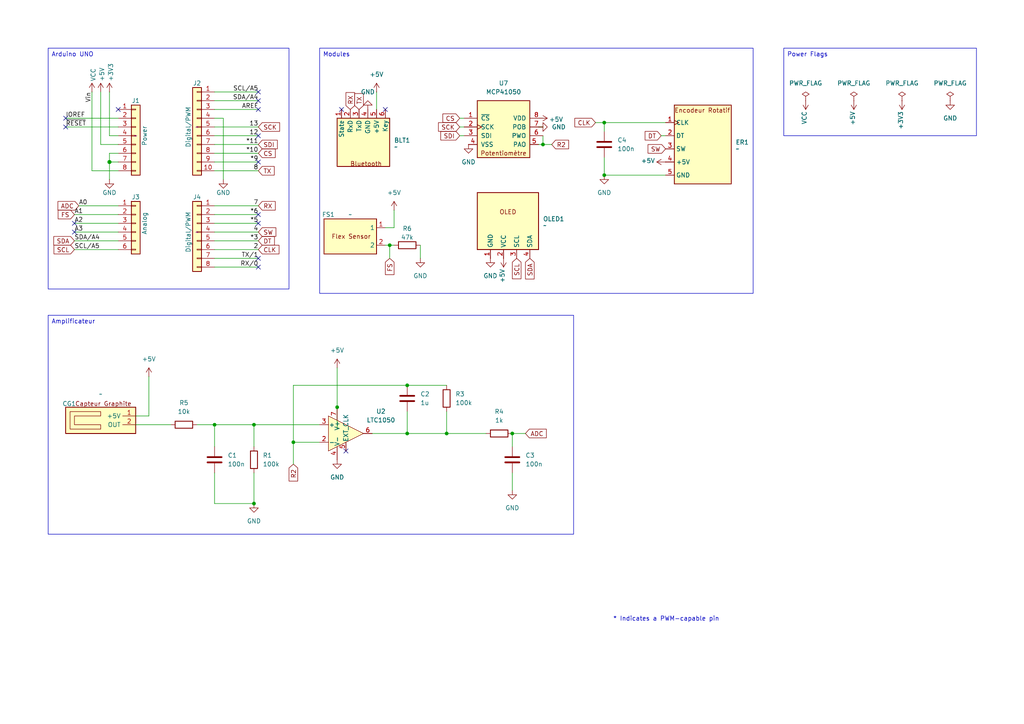
<source format=kicad_sch>
(kicad_sch
	(version 20250114)
	(generator "eeschema")
	(generator_version "9.0")
	(uuid "e63e39d7-6ac0-4ffd-8aa3-1841a4541b55")
	(paper "A4")
	(title_block
		(date "mar. 31 mars 2015")
	)
	(lib_symbols
		(symbol "Connector_Generic:Conn_01x06"
			(pin_names
				(offset 1.016)
				(hide yes)
			)
			(exclude_from_sim no)
			(in_bom yes)
			(on_board yes)
			(property "Reference" "J"
				(at 0 7.62 0)
				(effects
					(font
						(size 1.27 1.27)
					)
				)
			)
			(property "Value" "Conn_01x06"
				(at 0 -10.16 0)
				(effects
					(font
						(size 1.27 1.27)
					)
				)
			)
			(property "Footprint" ""
				(at 0 0 0)
				(effects
					(font
						(size 1.27 1.27)
					)
					(hide yes)
				)
			)
			(property "Datasheet" "~"
				(at 0 0 0)
				(effects
					(font
						(size 1.27 1.27)
					)
					(hide yes)
				)
			)
			(property "Description" "Generic connector, single row, 01x06, script generated (kicad-library-utils/schlib/autogen/connector/)"
				(at 0 0 0)
				(effects
					(font
						(size 1.27 1.27)
					)
					(hide yes)
				)
			)
			(property "ki_keywords" "connector"
				(at 0 0 0)
				(effects
					(font
						(size 1.27 1.27)
					)
					(hide yes)
				)
			)
			(property "ki_fp_filters" "Connector*:*_1x??_*"
				(at 0 0 0)
				(effects
					(font
						(size 1.27 1.27)
					)
					(hide yes)
				)
			)
			(symbol "Conn_01x06_1_1"
				(rectangle
					(start -1.27 6.35)
					(end 1.27 -8.89)
					(stroke
						(width 0.254)
						(type default)
					)
					(fill
						(type background)
					)
				)
				(rectangle
					(start -1.27 5.207)
					(end 0 4.953)
					(stroke
						(width 0.1524)
						(type default)
					)
					(fill
						(type none)
					)
				)
				(rectangle
					(start -1.27 2.667)
					(end 0 2.413)
					(stroke
						(width 0.1524)
						(type default)
					)
					(fill
						(type none)
					)
				)
				(rectangle
					(start -1.27 0.127)
					(end 0 -0.127)
					(stroke
						(width 0.1524)
						(type default)
					)
					(fill
						(type none)
					)
				)
				(rectangle
					(start -1.27 -2.413)
					(end 0 -2.667)
					(stroke
						(width 0.1524)
						(type default)
					)
					(fill
						(type none)
					)
				)
				(rectangle
					(start -1.27 -4.953)
					(end 0 -5.207)
					(stroke
						(width 0.1524)
						(type default)
					)
					(fill
						(type none)
					)
				)
				(rectangle
					(start -1.27 -7.493)
					(end 0 -7.747)
					(stroke
						(width 0.1524)
						(type default)
					)
					(fill
						(type none)
					)
				)
				(pin passive line
					(at -5.08 5.08 0)
					(length 3.81)
					(name "Pin_1"
						(effects
							(font
								(size 1.27 1.27)
							)
						)
					)
					(number "1"
						(effects
							(font
								(size 1.27 1.27)
							)
						)
					)
				)
				(pin passive line
					(at -5.08 2.54 0)
					(length 3.81)
					(name "Pin_2"
						(effects
							(font
								(size 1.27 1.27)
							)
						)
					)
					(number "2"
						(effects
							(font
								(size 1.27 1.27)
							)
						)
					)
				)
				(pin passive line
					(at -5.08 0 0)
					(length 3.81)
					(name "Pin_3"
						(effects
							(font
								(size 1.27 1.27)
							)
						)
					)
					(number "3"
						(effects
							(font
								(size 1.27 1.27)
							)
						)
					)
				)
				(pin passive line
					(at -5.08 -2.54 0)
					(length 3.81)
					(name "Pin_4"
						(effects
							(font
								(size 1.27 1.27)
							)
						)
					)
					(number "4"
						(effects
							(font
								(size 1.27 1.27)
							)
						)
					)
				)
				(pin passive line
					(at -5.08 -5.08 0)
					(length 3.81)
					(name "Pin_5"
						(effects
							(font
								(size 1.27 1.27)
							)
						)
					)
					(number "5"
						(effects
							(font
								(size 1.27 1.27)
							)
						)
					)
				)
				(pin passive line
					(at -5.08 -7.62 0)
					(length 3.81)
					(name "Pin_6"
						(effects
							(font
								(size 1.27 1.27)
							)
						)
					)
					(number "6"
						(effects
							(font
								(size 1.27 1.27)
							)
						)
					)
				)
			)
			(embedded_fonts no)
		)
		(symbol "Connector_Generic:Conn_01x08"
			(pin_names
				(offset 1.016)
				(hide yes)
			)
			(exclude_from_sim no)
			(in_bom yes)
			(on_board yes)
			(property "Reference" "J"
				(at 0 10.16 0)
				(effects
					(font
						(size 1.27 1.27)
					)
				)
			)
			(property "Value" "Conn_01x08"
				(at 0 -12.7 0)
				(effects
					(font
						(size 1.27 1.27)
					)
				)
			)
			(property "Footprint" ""
				(at 0 0 0)
				(effects
					(font
						(size 1.27 1.27)
					)
					(hide yes)
				)
			)
			(property "Datasheet" "~"
				(at 0 0 0)
				(effects
					(font
						(size 1.27 1.27)
					)
					(hide yes)
				)
			)
			(property "Description" "Generic connector, single row, 01x08, script generated (kicad-library-utils/schlib/autogen/connector/)"
				(at 0 0 0)
				(effects
					(font
						(size 1.27 1.27)
					)
					(hide yes)
				)
			)
			(property "ki_keywords" "connector"
				(at 0 0 0)
				(effects
					(font
						(size 1.27 1.27)
					)
					(hide yes)
				)
			)
			(property "ki_fp_filters" "Connector*:*_1x??_*"
				(at 0 0 0)
				(effects
					(font
						(size 1.27 1.27)
					)
					(hide yes)
				)
			)
			(symbol "Conn_01x08_1_1"
				(rectangle
					(start -1.27 8.89)
					(end 1.27 -11.43)
					(stroke
						(width 0.254)
						(type default)
					)
					(fill
						(type background)
					)
				)
				(rectangle
					(start -1.27 7.747)
					(end 0 7.493)
					(stroke
						(width 0.1524)
						(type default)
					)
					(fill
						(type none)
					)
				)
				(rectangle
					(start -1.27 5.207)
					(end 0 4.953)
					(stroke
						(width 0.1524)
						(type default)
					)
					(fill
						(type none)
					)
				)
				(rectangle
					(start -1.27 2.667)
					(end 0 2.413)
					(stroke
						(width 0.1524)
						(type default)
					)
					(fill
						(type none)
					)
				)
				(rectangle
					(start -1.27 0.127)
					(end 0 -0.127)
					(stroke
						(width 0.1524)
						(type default)
					)
					(fill
						(type none)
					)
				)
				(rectangle
					(start -1.27 -2.413)
					(end 0 -2.667)
					(stroke
						(width 0.1524)
						(type default)
					)
					(fill
						(type none)
					)
				)
				(rectangle
					(start -1.27 -4.953)
					(end 0 -5.207)
					(stroke
						(width 0.1524)
						(type default)
					)
					(fill
						(type none)
					)
				)
				(rectangle
					(start -1.27 -7.493)
					(end 0 -7.747)
					(stroke
						(width 0.1524)
						(type default)
					)
					(fill
						(type none)
					)
				)
				(rectangle
					(start -1.27 -10.033)
					(end 0 -10.287)
					(stroke
						(width 0.1524)
						(type default)
					)
					(fill
						(type none)
					)
				)
				(pin passive line
					(at -5.08 7.62 0)
					(length 3.81)
					(name "Pin_1"
						(effects
							(font
								(size 1.27 1.27)
							)
						)
					)
					(number "1"
						(effects
							(font
								(size 1.27 1.27)
							)
						)
					)
				)
				(pin passive line
					(at -5.08 5.08 0)
					(length 3.81)
					(name "Pin_2"
						(effects
							(font
								(size 1.27 1.27)
							)
						)
					)
					(number "2"
						(effects
							(font
								(size 1.27 1.27)
							)
						)
					)
				)
				(pin passive line
					(at -5.08 2.54 0)
					(length 3.81)
					(name "Pin_3"
						(effects
							(font
								(size 1.27 1.27)
							)
						)
					)
					(number "3"
						(effects
							(font
								(size 1.27 1.27)
							)
						)
					)
				)
				(pin passive line
					(at -5.08 0 0)
					(length 3.81)
					(name "Pin_4"
						(effects
							(font
								(size 1.27 1.27)
							)
						)
					)
					(number "4"
						(effects
							(font
								(size 1.27 1.27)
							)
						)
					)
				)
				(pin passive line
					(at -5.08 -2.54 0)
					(length 3.81)
					(name "Pin_5"
						(effects
							(font
								(size 1.27 1.27)
							)
						)
					)
					(number "5"
						(effects
							(font
								(size 1.27 1.27)
							)
						)
					)
				)
				(pin passive line
					(at -5.08 -5.08 0)
					(length 3.81)
					(name "Pin_6"
						(effects
							(font
								(size 1.27 1.27)
							)
						)
					)
					(number "6"
						(effects
							(font
								(size 1.27 1.27)
							)
						)
					)
				)
				(pin passive line
					(at -5.08 -7.62 0)
					(length 3.81)
					(name "Pin_7"
						(effects
							(font
								(size 1.27 1.27)
							)
						)
					)
					(number "7"
						(effects
							(font
								(size 1.27 1.27)
							)
						)
					)
				)
				(pin passive line
					(at -5.08 -10.16 0)
					(length 3.81)
					(name "Pin_8"
						(effects
							(font
								(size 1.27 1.27)
							)
						)
					)
					(number "8"
						(effects
							(font
								(size 1.27 1.27)
							)
						)
					)
				)
			)
			(embedded_fonts no)
		)
		(symbol "Connector_Generic:Conn_01x10"
			(pin_names
				(offset 1.016)
				(hide yes)
			)
			(exclude_from_sim no)
			(in_bom yes)
			(on_board yes)
			(property "Reference" "J"
				(at 0 12.7 0)
				(effects
					(font
						(size 1.27 1.27)
					)
				)
			)
			(property "Value" "Conn_01x10"
				(at 0 -15.24 0)
				(effects
					(font
						(size 1.27 1.27)
					)
				)
			)
			(property "Footprint" ""
				(at 0 0 0)
				(effects
					(font
						(size 1.27 1.27)
					)
					(hide yes)
				)
			)
			(property "Datasheet" "~"
				(at 0 0 0)
				(effects
					(font
						(size 1.27 1.27)
					)
					(hide yes)
				)
			)
			(property "Description" "Generic connector, single row, 01x10, script generated (kicad-library-utils/schlib/autogen/connector/)"
				(at 0 0 0)
				(effects
					(font
						(size 1.27 1.27)
					)
					(hide yes)
				)
			)
			(property "ki_keywords" "connector"
				(at 0 0 0)
				(effects
					(font
						(size 1.27 1.27)
					)
					(hide yes)
				)
			)
			(property "ki_fp_filters" "Connector*:*_1x??_*"
				(at 0 0 0)
				(effects
					(font
						(size 1.27 1.27)
					)
					(hide yes)
				)
			)
			(symbol "Conn_01x10_1_1"
				(rectangle
					(start -1.27 11.43)
					(end 1.27 -13.97)
					(stroke
						(width 0.254)
						(type default)
					)
					(fill
						(type background)
					)
				)
				(rectangle
					(start -1.27 10.287)
					(end 0 10.033)
					(stroke
						(width 0.1524)
						(type default)
					)
					(fill
						(type none)
					)
				)
				(rectangle
					(start -1.27 7.747)
					(end 0 7.493)
					(stroke
						(width 0.1524)
						(type default)
					)
					(fill
						(type none)
					)
				)
				(rectangle
					(start -1.27 5.207)
					(end 0 4.953)
					(stroke
						(width 0.1524)
						(type default)
					)
					(fill
						(type none)
					)
				)
				(rectangle
					(start -1.27 2.667)
					(end 0 2.413)
					(stroke
						(width 0.1524)
						(type default)
					)
					(fill
						(type none)
					)
				)
				(rectangle
					(start -1.27 0.127)
					(end 0 -0.127)
					(stroke
						(width 0.1524)
						(type default)
					)
					(fill
						(type none)
					)
				)
				(rectangle
					(start -1.27 -2.413)
					(end 0 -2.667)
					(stroke
						(width 0.1524)
						(type default)
					)
					(fill
						(type none)
					)
				)
				(rectangle
					(start -1.27 -4.953)
					(end 0 -5.207)
					(stroke
						(width 0.1524)
						(type default)
					)
					(fill
						(type none)
					)
				)
				(rectangle
					(start -1.27 -7.493)
					(end 0 -7.747)
					(stroke
						(width 0.1524)
						(type default)
					)
					(fill
						(type none)
					)
				)
				(rectangle
					(start -1.27 -10.033)
					(end 0 -10.287)
					(stroke
						(width 0.1524)
						(type default)
					)
					(fill
						(type none)
					)
				)
				(rectangle
					(start -1.27 -12.573)
					(end 0 -12.827)
					(stroke
						(width 0.1524)
						(type default)
					)
					(fill
						(type none)
					)
				)
				(pin passive line
					(at -5.08 10.16 0)
					(length 3.81)
					(name "Pin_1"
						(effects
							(font
								(size 1.27 1.27)
							)
						)
					)
					(number "1"
						(effects
							(font
								(size 1.27 1.27)
							)
						)
					)
				)
				(pin passive line
					(at -5.08 7.62 0)
					(length 3.81)
					(name "Pin_2"
						(effects
							(font
								(size 1.27 1.27)
							)
						)
					)
					(number "2"
						(effects
							(font
								(size 1.27 1.27)
							)
						)
					)
				)
				(pin passive line
					(at -5.08 5.08 0)
					(length 3.81)
					(name "Pin_3"
						(effects
							(font
								(size 1.27 1.27)
							)
						)
					)
					(number "3"
						(effects
							(font
								(size 1.27 1.27)
							)
						)
					)
				)
				(pin passive line
					(at -5.08 2.54 0)
					(length 3.81)
					(name "Pin_4"
						(effects
							(font
								(size 1.27 1.27)
							)
						)
					)
					(number "4"
						(effects
							(font
								(size 1.27 1.27)
							)
						)
					)
				)
				(pin passive line
					(at -5.08 0 0)
					(length 3.81)
					(name "Pin_5"
						(effects
							(font
								(size 1.27 1.27)
							)
						)
					)
					(number "5"
						(effects
							(font
								(size 1.27 1.27)
							)
						)
					)
				)
				(pin passive line
					(at -5.08 -2.54 0)
					(length 3.81)
					(name "Pin_6"
						(effects
							(font
								(size 1.27 1.27)
							)
						)
					)
					(number "6"
						(effects
							(font
								(size 1.27 1.27)
							)
						)
					)
				)
				(pin passive line
					(at -5.08 -5.08 0)
					(length 3.81)
					(name "Pin_7"
						(effects
							(font
								(size 1.27 1.27)
							)
						)
					)
					(number "7"
						(effects
							(font
								(size 1.27 1.27)
							)
						)
					)
				)
				(pin passive line
					(at -5.08 -7.62 0)
					(length 3.81)
					(name "Pin_8"
						(effects
							(font
								(size 1.27 1.27)
							)
						)
					)
					(number "8"
						(effects
							(font
								(size 1.27 1.27)
							)
						)
					)
				)
				(pin passive line
					(at -5.08 -10.16 0)
					(length 3.81)
					(name "Pin_9"
						(effects
							(font
								(size 1.27 1.27)
							)
						)
					)
					(number "9"
						(effects
							(font
								(size 1.27 1.27)
							)
						)
					)
				)
				(pin passive line
					(at -5.08 -12.7 0)
					(length 3.81)
					(name "Pin_10"
						(effects
							(font
								(size 1.27 1.27)
							)
						)
					)
					(number "10"
						(effects
							(font
								(size 1.27 1.27)
							)
						)
					)
				)
			)
			(embedded_fonts no)
		)
		(symbol "Device:C"
			(pin_numbers
				(hide yes)
			)
			(pin_names
				(offset 0.254)
			)
			(exclude_from_sim no)
			(in_bom yes)
			(on_board yes)
			(property "Reference" "C"
				(at 0.635 2.54 0)
				(effects
					(font
						(size 1.27 1.27)
					)
					(justify left)
				)
			)
			(property "Value" "C"
				(at 0.635 -2.54 0)
				(effects
					(font
						(size 1.27 1.27)
					)
					(justify left)
				)
			)
			(property "Footprint" ""
				(at 0.9652 -3.81 0)
				(effects
					(font
						(size 1.27 1.27)
					)
					(hide yes)
				)
			)
			(property "Datasheet" "~"
				(at 0 0 0)
				(effects
					(font
						(size 1.27 1.27)
					)
					(hide yes)
				)
			)
			(property "Description" "Unpolarized capacitor"
				(at 0 0 0)
				(effects
					(font
						(size 1.27 1.27)
					)
					(hide yes)
				)
			)
			(property "ki_keywords" "cap capacitor"
				(at 0 0 0)
				(effects
					(font
						(size 1.27 1.27)
					)
					(hide yes)
				)
			)
			(property "ki_fp_filters" "C_*"
				(at 0 0 0)
				(effects
					(font
						(size 1.27 1.27)
					)
					(hide yes)
				)
			)
			(symbol "C_0_1"
				(polyline
					(pts
						(xy -2.032 0.762) (xy 2.032 0.762)
					)
					(stroke
						(width 0.508)
						(type default)
					)
					(fill
						(type none)
					)
				)
				(polyline
					(pts
						(xy -2.032 -0.762) (xy 2.032 -0.762)
					)
					(stroke
						(width 0.508)
						(type default)
					)
					(fill
						(type none)
					)
				)
			)
			(symbol "C_1_1"
				(pin passive line
					(at 0 3.81 270)
					(length 2.794)
					(name "~"
						(effects
							(font
								(size 1.27 1.27)
							)
						)
					)
					(number "1"
						(effects
							(font
								(size 1.27 1.27)
							)
						)
					)
				)
				(pin passive line
					(at 0 -3.81 90)
					(length 2.794)
					(name "~"
						(effects
							(font
								(size 1.27 1.27)
							)
						)
					)
					(number "2"
						(effects
							(font
								(size 1.27 1.27)
							)
						)
					)
				)
			)
			(embedded_fonts no)
		)
		(symbol "Device:R"
			(pin_numbers
				(hide yes)
			)
			(pin_names
				(offset 0)
			)
			(exclude_from_sim no)
			(in_bom yes)
			(on_board yes)
			(property "Reference" "R"
				(at 2.032 0 90)
				(effects
					(font
						(size 1.27 1.27)
					)
				)
			)
			(property "Value" "R"
				(at 0 0 90)
				(effects
					(font
						(size 1.27 1.27)
					)
				)
			)
			(property "Footprint" ""
				(at -1.778 0 90)
				(effects
					(font
						(size 1.27 1.27)
					)
					(hide yes)
				)
			)
			(property "Datasheet" "~"
				(at 0 0 0)
				(effects
					(font
						(size 1.27 1.27)
					)
					(hide yes)
				)
			)
			(property "Description" "Resistor"
				(at 0 0 0)
				(effects
					(font
						(size 1.27 1.27)
					)
					(hide yes)
				)
			)
			(property "ki_keywords" "R res resistor"
				(at 0 0 0)
				(effects
					(font
						(size 1.27 1.27)
					)
					(hide yes)
				)
			)
			(property "ki_fp_filters" "R_*"
				(at 0 0 0)
				(effects
					(font
						(size 1.27 1.27)
					)
					(hide yes)
				)
			)
			(symbol "R_0_1"
				(rectangle
					(start -1.016 -2.54)
					(end 1.016 2.54)
					(stroke
						(width 0.254)
						(type default)
					)
					(fill
						(type none)
					)
				)
			)
			(symbol "R_1_1"
				(pin passive line
					(at 0 3.81 270)
					(length 1.27)
					(name "~"
						(effects
							(font
								(size 1.27 1.27)
							)
						)
					)
					(number "1"
						(effects
							(font
								(size 1.27 1.27)
							)
						)
					)
				)
				(pin passive line
					(at 0 -3.81 90)
					(length 1.27)
					(name "~"
						(effects
							(font
								(size 1.27 1.27)
							)
						)
					)
					(number "2"
						(effects
							(font
								(size 1.27 1.27)
							)
						)
					)
				)
			)
			(embedded_fonts no)
		)
		(symbol "MCP41050_1"
			(pin_names
				(offset 1.016)
			)
			(exclude_from_sim no)
			(in_bom yes)
			(on_board yes)
			(property "Reference" "U"
				(at -6.35 8.89 0)
				(effects
					(font
						(size 1.27 1.27)
					)
					(justify left)
				)
			)
			(property "Value" "MCP41050"
				(at -3.81 6.096 0)
				(effects
					(font
						(size 1.27 1.27)
					)
					(justify left)
				)
			)
			(property "Footprint" ""
				(at 0 0 0)
				(effects
					(font
						(size 1.27 1.27)
					)
					(hide yes)
				)
			)
			(property "Datasheet" "http://ww1.microchip.com/downloads/en/DeviceDoc/11195c.pdf"
				(at 0.254 -26.162 0)
				(effects
					(font
						(size 1.27 1.27)
					)
					(hide yes)
				)
			)
			(property "Description" "Single Digital Potentiometer, SPI interface, 256 taps, 50 kohm"
				(at 0.254 -26.162 0)
				(effects
					(font
						(size 1.27 1.27)
					)
					(hide yes)
				)
			)
			(property "ki_keywords" "R POT"
				(at 0 0 0)
				(effects
					(font
						(size 1.27 1.27)
					)
					(hide yes)
				)
			)
			(property "ki_fp_filters" "DIP*W7.62mm* SOIC*P1.27mm*"
				(at 0 0 0)
				(effects
					(font
						(size 1.27 1.27)
					)
					(hide yes)
				)
			)
			(symbol "MCP41050_1_0_1"
				(rectangle
					(start -6.35 7.62)
					(end 8.89 -8.89)
					(stroke
						(width 0.254)
						(type default)
					)
					(fill
						(type background)
					)
				)
			)
			(symbol "MCP41050_1_1_1"
				(text "Potentiomètre"
					(at 1.27 -7.62 0)
					(effects
						(font
							(size 1.27 1.27)
						)
					)
				)
				(pin input line
					(at -10.16 2.54 0)
					(length 3.81)
					(name "~{CS}"
						(effects
							(font
								(size 1.27 1.27)
							)
						)
					)
					(number "1"
						(effects
							(font
								(size 1.27 1.27)
							)
						)
					)
				)
				(pin input clock
					(at -10.16 0 0)
					(length 3.81)
					(name "SCK"
						(effects
							(font
								(size 1.27 1.27)
							)
						)
					)
					(number "2"
						(effects
							(font
								(size 1.27 1.27)
							)
						)
					)
				)
				(pin input line
					(at -10.16 -2.54 0)
					(length 3.81)
					(name "SDI"
						(effects
							(font
								(size 1.27 1.27)
							)
						)
					)
					(number "3"
						(effects
							(font
								(size 1.27 1.27)
							)
						)
					)
				)
				(pin power_in line
					(at -8.89 -5.08 0)
					(length 2.54)
					(name "VSS"
						(effects
							(font
								(size 1.27 1.27)
							)
						)
					)
					(number "4"
						(effects
							(font
								(size 1.27 1.27)
							)
						)
					)
				)
				(pin power_in line
					(at 11.43 -5.08 180)
					(length 2.54)
					(name "PAO"
						(effects
							(font
								(size 1.27 1.27)
							)
						)
					)
					(number "5"
						(effects
							(font
								(size 1.27 1.27)
							)
						)
					)
				)
				(pin power_in line
					(at 12.7 2.54 180)
					(length 3.81)
					(name "VDD"
						(effects
							(font
								(size 1.27 1.27)
							)
						)
					)
					(number "8"
						(effects
							(font
								(size 1.27 1.27)
							)
						)
					)
				)
				(pin bidirectional line
					(at 12.7 0 180)
					(length 3.81)
					(name "POB"
						(effects
							(font
								(size 1.27 1.27)
							)
						)
					)
					(number "7"
						(effects
							(font
								(size 1.27 1.27)
							)
						)
					)
				)
				(pin bidirectional line
					(at 12.7 -2.54 180)
					(length 3.81)
					(name "PWO"
						(effects
							(font
								(size 1.27 1.27)
							)
						)
					)
					(number "6"
						(effects
							(font
								(size 1.27 1.27)
							)
						)
					)
				)
			)
			(embedded_fonts no)
		)
		(symbol "Ma_Library:Bluetooth_HC05-05"
			(exclude_from_sim no)
			(in_bom yes)
			(on_board yes)
			(property "Reference" "U"
				(at 2.794 1.778 0)
				(effects
					(font
						(size 1.27 1.27)
					)
				)
			)
			(property "Value" ""
				(at 0 0 0)
				(effects
					(font
						(size 1.27 1.27)
					)
				)
			)
			(property "Footprint" ""
				(at 0 0 0)
				(effects
					(font
						(size 1.27 1.27)
					)
					(hide yes)
				)
			)
			(property "Datasheet" ""
				(at 0 0 0)
				(effects
					(font
						(size 1.27 1.27)
					)
					(hide yes)
				)
			)
			(property "Description" ""
				(at 0 0 0)
				(effects
					(font
						(size 1.27 1.27)
					)
					(hide yes)
				)
			)
			(symbol "Bluetooth_HC05-05_0_1"
				(rectangle
					(start -5.08 12.7)
					(end 10.16 -1.27)
					(stroke
						(width 0)
						(type default)
					)
					(fill
						(type none)
					)
				)
				(rectangle
					(start -5.08 12.7)
					(end 10.16 -1.27)
					(stroke
						(width 0.254)
						(type default)
					)
					(fill
						(type background)
					)
				)
			)
			(symbol "Bluetooth_HC05-05_1_1"
				(text "Bluetooth\n"
					(at 3.302 -0.508 0)
					(effects
						(font
							(size 1.27 1.27)
						)
					)
				)
				(pin bidirectional line
					(at -3.81 15.24 270)
					(length 2.54)
					(name "State"
						(effects
							(font
								(size 1.27 1.27)
							)
						)
					)
					(number "1"
						(effects
							(font
								(size 1.27 1.27)
							)
						)
					)
				)
				(pin bidirectional line
					(at -1.27 15.24 270)
					(length 2.54)
					(name "RxD"
						(effects
							(font
								(size 1.27 1.27)
							)
						)
					)
					(number "2"
						(effects
							(font
								(size 1.27 1.27)
							)
						)
					)
				)
				(pin bidirectional line
					(at 1.27 15.24 270)
					(length 2.54)
					(name "TxD"
						(effects
							(font
								(size 1.27 1.27)
							)
						)
					)
					(number "3"
						(effects
							(font
								(size 1.27 1.27)
							)
						)
					)
				)
				(pin passive line
					(at 3.81 15.24 270)
					(length 2.54)
					(name "GND"
						(effects
							(font
								(size 1.27 1.27)
							)
						)
					)
					(number "4"
						(effects
							(font
								(size 1.27 1.27)
							)
						)
					)
				)
				(pin power_in line
					(at 6.35 15.24 270)
					(length 2.54)
					(name "+5V"
						(effects
							(font
								(size 1.27 1.27)
							)
						)
					)
					(number "5"
						(effects
							(font
								(size 1.27 1.27)
							)
						)
					)
				)
				(pin passive line
					(at 8.89 15.24 270)
					(length 2.54)
					(name "Key"
						(effects
							(font
								(size 1.27 1.27)
							)
						)
					)
					(number "6"
						(effects
							(font
								(size 1.27 1.27)
							)
						)
					)
				)
			)
			(embedded_fonts no)
		)
		(symbol "Ma_Library:Capteur_Graphite"
			(exclude_from_sim no)
			(in_bom yes)
			(on_board yes)
			(property "Reference" "U"
				(at -13.716 -0.254 0)
				(effects
					(font
						(size 1.27 1.27)
					)
				)
			)
			(property "Value" ""
				(at 0 0 0)
				(effects
					(font
						(size 1.27 1.27)
					)
				)
			)
			(property "Footprint" ""
				(at 0 0 0)
				(effects
					(font
						(size 1.27 1.27)
					)
					(hide yes)
				)
			)
			(property "Datasheet" ""
				(at 0 0 0)
				(effects
					(font
						(size 1.27 1.27)
					)
					(hide yes)
				)
			)
			(property "Description" ""
				(at 0 0 0)
				(effects
					(font
						(size 1.27 1.27)
					)
					(hide yes)
				)
			)
			(symbol "Capteur_Graphite_0_1"
				(rectangle
					(start -12.7 -1.27)
					(end 7.62 -8.89)
					(stroke
						(width 0)
						(type solid)
					)
					(fill
						(type none)
					)
				)
				(rectangle
					(start -12.7 -1.27)
					(end 7.62 -8.89)
					(stroke
						(width 0.254)
						(type default)
					)
					(fill
						(type background)
					)
				)
				(polyline
					(pts
						(xy -2.54 -7.62) (xy -2.54 -6.35) (xy -10.16 -6.35) (xy -10.16 -3.81) (xy -2.54 -3.81) (xy -2.54 -2.54)
						(xy -11.43 -2.54) (xy -11.43 -7.62) (xy -2.54 -7.62)
					)
					(stroke
						(width 0)
						(type solid)
					)
					(fill
						(type none)
					)
				)
			)
			(symbol "Capteur_Graphite_1_1"
				(text "Capteur Graphite"
					(at -1.778 -0.254 0)
					(effects
						(font
							(size 1.27 1.27)
						)
					)
				)
				(pin power_in line
					(at 7.62 -3.81 180)
					(length 3.81)
					(name "+5V"
						(effects
							(font
								(size 1.27 1.27)
							)
						)
					)
					(number "1"
						(effects
							(font
								(size 1.27 1.27)
							)
						)
					)
				)
				(pin output line
					(at 7.62 -6.35 180)
					(length 3.81)
					(name "OUT"
						(effects
							(font
								(size 1.27 1.27)
							)
						)
					)
					(number "2"
						(effects
							(font
								(size 1.27 1.27)
							)
						)
					)
				)
			)
			(embedded_fonts no)
		)
		(symbol "Ma_Library:Encodeur_Rotatif_KY-040"
			(exclude_from_sim no)
			(in_bom yes)
			(on_board yes)
			(property "Reference" "U"
				(at 7.366 11.176 0)
				(effects
					(font
						(size 1.27 1.27)
					)
				)
			)
			(property "Value" ""
				(at 0 0 0)
				(effects
					(font
						(size 1.27 1.27)
					)
				)
			)
			(property "Footprint" ""
				(at 0 0 0)
				(effects
					(font
						(size 1.27 1.27)
					)
					(hide yes)
				)
			)
			(property "Datasheet" ""
				(at 0 0 0)
				(effects
					(font
						(size 1.27 1.27)
					)
					(hide yes)
				)
			)
			(property "Description" ""
				(at 0 0 0)
				(effects
					(font
						(size 1.27 1.27)
					)
					(hide yes)
				)
			)
			(symbol "Encodeur_Rotatif_KY-040_0_1"
				(rectangle
					(start -7.62 10.16)
					(end 8.89 -12.7)
					(stroke
						(width 0.254)
						(type default)
					)
					(fill
						(type background)
					)
				)
			)
			(symbol "Encodeur_Rotatif_KY-040_1_1"
				(text "Encodeur Rotatif\n"
					(at 0.508 8.636 0)
					(effects
						(font
							(size 1.27 1.27)
						)
					)
				)
				(pin bidirectional clock
					(at -10.16 5.08 0)
					(length 2.54)
					(name "CLK"
						(effects
							(font
								(size 1.27 1.27)
							)
						)
					)
					(number "1"
						(effects
							(font
								(size 1.27 1.27)
							)
						)
					)
				)
				(pin bidirectional line
					(at -10.16 1.27 0)
					(length 2.54)
					(name "DT"
						(effects
							(font
								(size 1.27 1.27)
							)
						)
					)
					(number "2"
						(effects
							(font
								(size 1.27 1.27)
							)
						)
					)
				)
				(pin bidirectional line
					(at -10.16 -2.54 0)
					(length 2.54)
					(name "SW"
						(effects
							(font
								(size 1.27 1.27)
							)
						)
					)
					(number "3"
						(effects
							(font
								(size 1.27 1.27)
							)
						)
					)
				)
				(pin power_in line
					(at -10.16 -6.35 0)
					(length 2.54)
					(name "+5V"
						(effects
							(font
								(size 1.27 1.27)
							)
						)
					)
					(number "4"
						(effects
							(font
								(size 1.27 1.27)
							)
						)
					)
				)
				(pin passive line
					(at -10.16 -10.16 0)
					(length 2.54)
					(name "GND"
						(effects
							(font
								(size 1.27 1.27)
							)
						)
					)
					(number "5"
						(effects
							(font
								(size 1.27 1.27)
							)
						)
					)
				)
			)
			(embedded_fonts no)
		)
		(symbol "Ma_Library:Flex_Sensor"
			(exclude_from_sim no)
			(in_bom yes)
			(on_board yes)
			(property "Reference" "U"
				(at -6.35 3.81 0)
				(effects
					(font
						(size 1.27 1.27)
					)
				)
			)
			(property "Value" ""
				(at 0 0 0)
				(effects
					(font
						(size 1.27 1.27)
					)
				)
			)
			(property "Footprint" ""
				(at 0 0 0)
				(effects
					(font
						(size 1.27 1.27)
					)
					(hide yes)
				)
			)
			(property "Datasheet" ""
				(at 0 0 0)
				(effects
					(font
						(size 1.27 1.27)
					)
					(hide yes)
				)
			)
			(property "Description" ""
				(at 0 0 0)
				(effects
					(font
						(size 1.27 1.27)
					)
					(hide yes)
				)
			)
			(symbol "Flex_Sensor_0_1"
				(rectangle
					(start -7.62 5.08)
					(end 7.62 -5.08)
					(stroke
						(width 0.254)
						(type default)
					)
					(fill
						(type background)
					)
				)
			)
			(symbol "Flex_Sensor_1_1"
				(text "Flex Sensor\n"
					(at 0.254 0 0)
					(effects
						(font
							(size 1.27 1.27)
						)
					)
				)
				(pin power_in line
					(at 10.16 2.54 180)
					(length 2.54)
					(name "1"
						(effects
							(font
								(size 1.27 1.27)
							)
						)
					)
					(number "1"
						(effects
							(font
								(size 1.27 1.27)
							)
						)
					)
				)
				(pin output line
					(at 10.16 -2.54 180)
					(length 2.54)
					(name "2"
						(effects
							(font
								(size 1.27 1.27)
							)
						)
					)
					(number "2"
						(effects
							(font
								(size 1.27 1.27)
							)
						)
					)
				)
			)
			(embedded_fonts no)
		)
		(symbol "Ma_Library:LTC1050"
			(pin_names
				(offset 0.127)
			)
			(exclude_from_sim no)
			(in_bom yes)
			(on_board yes)
			(property "Reference" "U"
				(at 5.08 5.08 0)
				(effects
					(font
						(size 1.27 1.27)
					)
				)
			)
			(property "Value" "LTC1050"
				(at 7.62 2.54 0)
				(effects
					(font
						(size 1.27 1.27)
					)
				)
			)
			(property "Footprint" "Package_SO:SOIC-8_3.9x4.9mm_P1.27mm"
				(at 0.762 -19.05 0)
				(effects
					(font
						(size 1.27 1.27)
					)
					(hide yes)
				)
			)
			(property "Datasheet" "https://www.analog.com/media/en/technical-documentation/data-sheets/OP1177_2177_4177.pdf"
				(at 8.128 -22.352 0)
				(effects
					(font
						(size 1.27 1.27)
					)
					(hide yes)
				)
			)
			(property "Description" "Precision Low Noise, Low Input Bias Current Operational Amplifier, SOIC-8"
				(at 8.128 -22.352 0)
				(effects
					(font
						(size 1.27 1.27)
					)
					(hide yes)
				)
			)
			(property "ki_keywords" "single operational amplifier"
				(at 0 0 0)
				(effects
					(font
						(size 1.27 1.27)
					)
					(hide yes)
				)
			)
			(symbol "LTC1050_0_1"
				(polyline
					(pts
						(xy -5.08 5.08) (xy -5.08 -5.08) (xy 5.08 0) (xy -5.08 5.08)
					)
					(stroke
						(width 0)
						(type default)
					)
					(fill
						(type background)
					)
				)
			)
			(symbol "LTC1050_1_1"
				(pin input line
					(at -7.62 2.54 0)
					(length 2.54)
					(name "+"
						(effects
							(font
								(size 1.27 1.27)
							)
						)
					)
					(number "3"
						(effects
							(font
								(size 1.27 1.27)
							)
						)
					)
				)
				(pin input line
					(at -7.62 -2.54 0)
					(length 2.54)
					(name "-"
						(effects
							(font
								(size 1.27 1.27)
							)
						)
					)
					(number "2"
						(effects
							(font
								(size 1.27 1.27)
							)
						)
					)
				)
				(pin no_connect line
					(at -5.08 0 0)
					(length 3.81)
					(hide yes)
					(name "NC"
						(effects
							(font
								(size 1.27 1.27)
							)
						)
					)
					(number "1"
						(effects
							(font
								(size 1.27 1.27)
							)
						)
					)
				)
				(pin power_in line
					(at -2.54 7.62 270)
					(length 3.81)
					(name "V+"
						(effects
							(font
								(size 1.27 1.27)
							)
						)
					)
					(number "7"
						(effects
							(font
								(size 1.27 1.27)
							)
						)
					)
				)
				(pin power_in line
					(at -2.54 -7.62 90)
					(length 3.81)
					(name "V-"
						(effects
							(font
								(size 1.27 1.27)
							)
						)
					)
					(number "4"
						(effects
							(font
								(size 1.27 1.27)
							)
						)
					)
				)
				(pin no_connect line
					(at 0 2.54 270)
					(length 3.81)
					(hide yes)
					(name "NC"
						(effects
							(font
								(size 1.27 1.27)
							)
						)
					)
					(number "8"
						(effects
							(font
								(size 1.27 1.27)
							)
						)
					)
				)
				(pin input line
					(at 0 -5.08 90)
					(length 2.54)
					(name "EXT_CLK"
						(effects
							(font
								(size 1.27 1.27)
							)
						)
					)
					(number "5"
						(effects
							(font
								(size 1.27 1.27)
							)
						)
					)
				)
				(pin output line
					(at 7.62 0 180)
					(length 2.54)
					(name "~"
						(effects
							(font
								(size 1.27 1.27)
							)
						)
					)
					(number "6"
						(effects
							(font
								(size 1.27 1.27)
							)
						)
					)
				)
			)
			(embedded_fonts no)
		)
		(symbol "OLED_1"
			(exclude_from_sim no)
			(in_bom yes)
			(on_board yes)
			(property "Reference" "U"
				(at 0 0 0)
				(effects
					(font
						(size 1.27 1.27)
					)
				)
			)
			(property "Value" ""
				(at 0 0 0)
				(effects
					(font
						(size 1.27 1.27)
					)
				)
			)
			(property "Footprint" ""
				(at 0 0 0)
				(effects
					(font
						(size 1.27 1.27)
					)
					(hide yes)
				)
			)
			(property "Datasheet" ""
				(at 0 0 0)
				(effects
					(font
						(size 1.27 1.27)
					)
					(hide yes)
				)
			)
			(property "Description" ""
				(at 0 0 0)
				(effects
					(font
						(size 1.27 1.27)
					)
					(hide yes)
				)
			)
			(symbol "OLED_1_0_1"
				(rectangle
					(start -8.89 10.16)
					(end 8.89 -6.35)
					(stroke
						(width 0)
						(type default)
					)
					(fill
						(type none)
					)
				)
				(rectangle
					(start -8.89 10.16)
					(end 8.89 -6.35)
					(stroke
						(width 0.254)
						(type default)
					)
					(fill
						(type background)
					)
				)
			)
			(symbol "OLED_1_1_1"
				(text "OLED"
					(at 0 4.572 0)
					(effects
						(font
							(size 1.27 1.27)
						)
					)
				)
				(pin input line
					(at -5.08 -8.89 90)
					(length 2.54)
					(name "GND"
						(effects
							(font
								(size 1.27 1.27)
							)
						)
					)
					(number "1"
						(effects
							(font
								(size 1.27 1.27)
							)
						)
					)
				)
				(pin input line
					(at -1.27 -8.89 90)
					(length 2.54)
					(name "VCC"
						(effects
							(font
								(size 1.27 1.27)
							)
						)
					)
					(number "2"
						(effects
							(font
								(size 1.27 1.27)
							)
						)
					)
				)
				(pin input line
					(at 2.54 -8.89 90)
					(length 2.54)
					(name "SCL"
						(effects
							(font
								(size 1.27 1.27)
							)
						)
					)
					(number "3"
						(effects
							(font
								(size 1.27 1.27)
							)
						)
					)
				)
				(pin input line
					(at 6.35 -8.89 90)
					(length 2.54)
					(name "SDA"
						(effects
							(font
								(size 1.27 1.27)
							)
						)
					)
					(number "4"
						(effects
							(font
								(size 1.27 1.27)
							)
						)
					)
				)
			)
			(embedded_fonts no)
		)
		(symbol "power:+3V3"
			(power)
			(pin_numbers
				(hide yes)
			)
			(pin_names
				(offset 0)
				(hide yes)
			)
			(exclude_from_sim no)
			(in_bom yes)
			(on_board yes)
			(property "Reference" "#PWR"
				(at 0 -3.81 0)
				(effects
					(font
						(size 1.27 1.27)
					)
					(hide yes)
				)
			)
			(property "Value" "+3V3"
				(at 0 3.556 0)
				(effects
					(font
						(size 1.27 1.27)
					)
				)
			)
			(property "Footprint" ""
				(at 0 0 0)
				(effects
					(font
						(size 1.27 1.27)
					)
					(hide yes)
				)
			)
			(property "Datasheet" ""
				(at 0 0 0)
				(effects
					(font
						(size 1.27 1.27)
					)
					(hide yes)
				)
			)
			(property "Description" "Power symbol creates a global label with name \"+3V3\""
				(at 0 0 0)
				(effects
					(font
						(size 1.27 1.27)
					)
					(hide yes)
				)
			)
			(property "ki_keywords" "global power"
				(at 0 0 0)
				(effects
					(font
						(size 1.27 1.27)
					)
					(hide yes)
				)
			)
			(symbol "+3V3_0_1"
				(polyline
					(pts
						(xy -0.762 1.27) (xy 0 2.54)
					)
					(stroke
						(width 0)
						(type default)
					)
					(fill
						(type none)
					)
				)
				(polyline
					(pts
						(xy 0 2.54) (xy 0.762 1.27)
					)
					(stroke
						(width 0)
						(type default)
					)
					(fill
						(type none)
					)
				)
				(polyline
					(pts
						(xy 0 0) (xy 0 2.54)
					)
					(stroke
						(width 0)
						(type default)
					)
					(fill
						(type none)
					)
				)
			)
			(symbol "+3V3_1_1"
				(pin power_in line
					(at 0 0 90)
					(length 0)
					(name "~"
						(effects
							(font
								(size 1.27 1.27)
							)
						)
					)
					(number "1"
						(effects
							(font
								(size 1.27 1.27)
							)
						)
					)
				)
			)
			(embedded_fonts no)
		)
		(symbol "power:+5V"
			(power)
			(pin_numbers
				(hide yes)
			)
			(pin_names
				(offset 0)
				(hide yes)
			)
			(exclude_from_sim no)
			(in_bom yes)
			(on_board yes)
			(property "Reference" "#PWR"
				(at 0 -3.81 0)
				(effects
					(font
						(size 1.27 1.27)
					)
					(hide yes)
				)
			)
			(property "Value" "+5V"
				(at 0 3.556 0)
				(effects
					(font
						(size 1.27 1.27)
					)
				)
			)
			(property "Footprint" ""
				(at 0 0 0)
				(effects
					(font
						(size 1.27 1.27)
					)
					(hide yes)
				)
			)
			(property "Datasheet" ""
				(at 0 0 0)
				(effects
					(font
						(size 1.27 1.27)
					)
					(hide yes)
				)
			)
			(property "Description" "Power symbol creates a global label with name \"+5V\""
				(at 0 0 0)
				(effects
					(font
						(size 1.27 1.27)
					)
					(hide yes)
				)
			)
			(property "ki_keywords" "global power"
				(at 0 0 0)
				(effects
					(font
						(size 1.27 1.27)
					)
					(hide yes)
				)
			)
			(symbol "+5V_0_1"
				(polyline
					(pts
						(xy -0.762 1.27) (xy 0 2.54)
					)
					(stroke
						(width 0)
						(type default)
					)
					(fill
						(type none)
					)
				)
				(polyline
					(pts
						(xy 0 2.54) (xy 0.762 1.27)
					)
					(stroke
						(width 0)
						(type default)
					)
					(fill
						(type none)
					)
				)
				(polyline
					(pts
						(xy 0 0) (xy 0 2.54)
					)
					(stroke
						(width 0)
						(type default)
					)
					(fill
						(type none)
					)
				)
			)
			(symbol "+5V_1_1"
				(pin power_in line
					(at 0 0 90)
					(length 0)
					(name "~"
						(effects
							(font
								(size 1.27 1.27)
							)
						)
					)
					(number "1"
						(effects
							(font
								(size 1.27 1.27)
							)
						)
					)
				)
			)
			(embedded_fonts no)
		)
		(symbol "power:GND"
			(power)
			(pin_numbers
				(hide yes)
			)
			(pin_names
				(offset 0)
				(hide yes)
			)
			(exclude_from_sim no)
			(in_bom yes)
			(on_board yes)
			(property "Reference" "#PWR"
				(at 0 -6.35 0)
				(effects
					(font
						(size 1.27 1.27)
					)
					(hide yes)
				)
			)
			(property "Value" "GND"
				(at 0 -3.81 0)
				(effects
					(font
						(size 1.27 1.27)
					)
				)
			)
			(property "Footprint" ""
				(at 0 0 0)
				(effects
					(font
						(size 1.27 1.27)
					)
					(hide yes)
				)
			)
			(property "Datasheet" ""
				(at 0 0 0)
				(effects
					(font
						(size 1.27 1.27)
					)
					(hide yes)
				)
			)
			(property "Description" "Power symbol creates a global label with name \"GND\" , ground"
				(at 0 0 0)
				(effects
					(font
						(size 1.27 1.27)
					)
					(hide yes)
				)
			)
			(property "ki_keywords" "global power"
				(at 0 0 0)
				(effects
					(font
						(size 1.27 1.27)
					)
					(hide yes)
				)
			)
			(symbol "GND_0_1"
				(polyline
					(pts
						(xy 0 0) (xy 0 -1.27) (xy 1.27 -1.27) (xy 0 -2.54) (xy -1.27 -1.27) (xy 0 -1.27)
					)
					(stroke
						(width 0)
						(type default)
					)
					(fill
						(type none)
					)
				)
			)
			(symbol "GND_1_1"
				(pin power_in line
					(at 0 0 270)
					(length 0)
					(name "~"
						(effects
							(font
								(size 1.27 1.27)
							)
						)
					)
					(number "1"
						(effects
							(font
								(size 1.27 1.27)
							)
						)
					)
				)
			)
			(embedded_fonts no)
		)
		(symbol "power:PWR_FLAG"
			(power)
			(pin_numbers
				(hide yes)
			)
			(pin_names
				(offset 0)
				(hide yes)
			)
			(exclude_from_sim no)
			(in_bom yes)
			(on_board yes)
			(property "Reference" "#FLG"
				(at 0 1.905 0)
				(effects
					(font
						(size 1.27 1.27)
					)
					(hide yes)
				)
			)
			(property "Value" "PWR_FLAG"
				(at 0 3.81 0)
				(effects
					(font
						(size 1.27 1.27)
					)
				)
			)
			(property "Footprint" ""
				(at 0 0 0)
				(effects
					(font
						(size 1.27 1.27)
					)
					(hide yes)
				)
			)
			(property "Datasheet" "~"
				(at 0 0 0)
				(effects
					(font
						(size 1.27 1.27)
					)
					(hide yes)
				)
			)
			(property "Description" "Special symbol for telling ERC where power comes from"
				(at 0 0 0)
				(effects
					(font
						(size 1.27 1.27)
					)
					(hide yes)
				)
			)
			(property "ki_keywords" "flag power"
				(at 0 0 0)
				(effects
					(font
						(size 1.27 1.27)
					)
					(hide yes)
				)
			)
			(symbol "PWR_FLAG_0_0"
				(pin power_out line
					(at 0 0 90)
					(length 0)
					(name "~"
						(effects
							(font
								(size 1.27 1.27)
							)
						)
					)
					(number "1"
						(effects
							(font
								(size 1.27 1.27)
							)
						)
					)
				)
			)
			(symbol "PWR_FLAG_0_1"
				(polyline
					(pts
						(xy 0 0) (xy 0 1.27) (xy -1.016 1.905) (xy 0 2.54) (xy 1.016 1.905) (xy 0 1.27)
					)
					(stroke
						(width 0)
						(type default)
					)
					(fill
						(type none)
					)
				)
			)
			(embedded_fonts no)
		)
		(symbol "power:VCC"
			(power)
			(pin_numbers
				(hide yes)
			)
			(pin_names
				(offset 0)
				(hide yes)
			)
			(exclude_from_sim no)
			(in_bom yes)
			(on_board yes)
			(property "Reference" "#PWR"
				(at 0 -3.81 0)
				(effects
					(font
						(size 1.27 1.27)
					)
					(hide yes)
				)
			)
			(property "Value" "VCC"
				(at 0 3.556 0)
				(effects
					(font
						(size 1.27 1.27)
					)
				)
			)
			(property "Footprint" ""
				(at 0 0 0)
				(effects
					(font
						(size 1.27 1.27)
					)
					(hide yes)
				)
			)
			(property "Datasheet" ""
				(at 0 0 0)
				(effects
					(font
						(size 1.27 1.27)
					)
					(hide yes)
				)
			)
			(property "Description" "Power symbol creates a global label with name \"VCC\""
				(at 0 0 0)
				(effects
					(font
						(size 1.27 1.27)
					)
					(hide yes)
				)
			)
			(property "ki_keywords" "global power"
				(at 0 0 0)
				(effects
					(font
						(size 1.27 1.27)
					)
					(hide yes)
				)
			)
			(symbol "VCC_0_1"
				(polyline
					(pts
						(xy -0.762 1.27) (xy 0 2.54)
					)
					(stroke
						(width 0)
						(type default)
					)
					(fill
						(type none)
					)
				)
				(polyline
					(pts
						(xy 0 2.54) (xy 0.762 1.27)
					)
					(stroke
						(width 0)
						(type default)
					)
					(fill
						(type none)
					)
				)
				(polyline
					(pts
						(xy 0 0) (xy 0 2.54)
					)
					(stroke
						(width 0)
						(type default)
					)
					(fill
						(type none)
					)
				)
			)
			(symbol "VCC_1_1"
				(pin power_in line
					(at 0 0 90)
					(length 0)
					(name "~"
						(effects
							(font
								(size 1.27 1.27)
							)
						)
					)
					(number "1"
						(effects
							(font
								(size 1.27 1.27)
							)
						)
					)
				)
			)
			(embedded_fonts no)
		)
	)
	(text "* Indicates a PWM-capable pin"
		(exclude_from_sim no)
		(at 177.8 180.34 0)
		(effects
			(font
				(size 1.27 1.27)
			)
			(justify left bottom)
		)
		(uuid "c364973a-9a67-4667-8185-a3a5c6c6cbdf")
	)
	(text_box "Power Flags\n"
		(exclude_from_sim no)
		(at 227.33 13.97 0)
		(size 55.88 25.4)
		(margins 0.9525 0.9525 0.9525 0.9525)
		(stroke
			(width 0)
			(type solid)
		)
		(fill
			(type none)
		)
		(effects
			(font
				(size 1.27 1.27)
			)
			(justify left top)
		)
		(uuid "0f073b27-7d53-45a4-ae1b-e0a608fcecd3")
	)
	(text_box "Amplificateur"
		(exclude_from_sim no)
		(at 13.97 91.44 0)
		(size 152.4 63.5)
		(margins 0.9525 0.9525 0.9525 0.9525)
		(stroke
			(width 0)
			(type solid)
		)
		(fill
			(type none)
		)
		(effects
			(font
				(size 1.27 1.27)
			)
			(justify left top)
		)
		(uuid "126cfe37-de8d-4514-b123-fe0f6cfaa790")
	)
	(text_box "Modules\n"
		(exclude_from_sim no)
		(at 92.71 13.97 0)
		(size 125.73 71.12)
		(margins 0.9525 0.9525 0.9525 0.9525)
		(stroke
			(width 0)
			(type solid)
		)
		(fill
			(type none)
		)
		(effects
			(font
				(size 1.27 1.27)
			)
			(justify left top)
		)
		(uuid "3be95cf7-393b-435c-82c5-28942a801b76")
	)
	(text_box "Arduino UNO\n"
		(exclude_from_sim no)
		(at 13.97 13.97 0)
		(size 69.85 69.85)
		(margins 0.9525 0.9525 0.9525 0.9525)
		(stroke
			(width 0)
			(type solid)
		)
		(fill
			(type none)
		)
		(effects
			(font
				(size 1.27 1.27)
			)
			(justify left top)
		)
		(uuid "edf6f2a6-b4fe-4c45-af9d-fb3a9251c89a")
	)
	(junction
		(at 73.66 123.19)
		(diameter 0)
		(color 0 0 0 0)
		(uuid "11ecce47-560c-40f9-8346-444195e72d25")
	)
	(junction
		(at 31.75 46.99)
		(diameter 1.016)
		(color 0 0 0 0)
		(uuid "3dcc657b-55a1-48e0-9667-e01e7b6b08b5")
	)
	(junction
		(at 113.03 71.12)
		(diameter 0)
		(color 0 0 0 0)
		(uuid "6e1959e7-1a17-4145-9d4a-b27a98f40e60")
	)
	(junction
		(at 175.26 50.8)
		(diameter 0)
		(color 0 0 0 0)
		(uuid "7364f1e2-d0a8-4c01-af22-6447c534a2b6")
	)
	(junction
		(at 118.11 111.76)
		(diameter 0)
		(color 0 0 0 0)
		(uuid "7b6e98da-86f5-4691-8dff-1ee345ab48ca")
	)
	(junction
		(at 73.66 146.05)
		(diameter 0)
		(color 0 0 0 0)
		(uuid "80bef0b4-6c6a-49f1-bd8a-bc24d47d9261")
	)
	(junction
		(at 62.23 123.19)
		(diameter 0)
		(color 0 0 0 0)
		(uuid "86bb3b47-feb0-45c9-ac84-938890cf074d")
	)
	(junction
		(at 118.11 125.73)
		(diameter 0)
		(color 0 0 0 0)
		(uuid "a28bccbc-2386-40eb-8f0e-6b6e6659a7c7")
	)
	(junction
		(at 175.26 35.56)
		(diameter 0)
		(color 0 0 0 0)
		(uuid "bac38aab-5524-44d3-b875-b4da0409a125")
	)
	(junction
		(at 148.59 125.73)
		(diameter 0)
		(color 0 0 0 0)
		(uuid "bb660724-a953-475b-8879-88012ed84777")
	)
	(junction
		(at 97.79 118.11)
		(diameter 0)
		(color 0 0 0 0)
		(uuid "c2f7771e-d0cf-4392-9f6d-d3449b053095")
	)
	(junction
		(at 85.09 128.27)
		(diameter 0)
		(color 0 0 0 0)
		(uuid "e101d208-4b23-4219-9f89-4f9157d28a73")
	)
	(junction
		(at 129.54 125.73)
		(diameter 0)
		(color 0 0 0 0)
		(uuid "f58e5d08-1681-4542-a75d-9f8c32752de1")
	)
	(junction
		(at 157.48 41.91)
		(diameter 0)
		(color 0 0 0 0)
		(uuid "fea752c4-e803-4e34-991d-fe4d3c06f7f6")
	)
	(no_connect
		(at 74.93 62.23)
		(uuid "0c39114d-7644-495b-a4c9-d4667fdffec9")
	)
	(no_connect
		(at 99.06 31.75)
		(uuid "2688cc79-c753-40ac-9e54-ca46ebf12fc4")
	)
	(no_connect
		(at 100.33 130.81)
		(uuid "37330708-b374-45af-a8a8-a3528407e2d6")
	)
	(no_connect
		(at 74.93 29.21)
		(uuid "43a6f970-a66e-4a6a-a1c4-8a42b7525858")
	)
	(no_connect
		(at 19.05 36.83)
		(uuid "5080726f-4826-401c-b75f-4d7634ffa79f")
	)
	(no_connect
		(at 74.93 26.67)
		(uuid "5399234a-1145-4625-bbf3-30d2f3cfd386")
	)
	(no_connect
		(at 74.93 64.77)
		(uuid "5b4ab806-fb38-44b2-8ab3-986599e18aff")
	)
	(no_connect
		(at 74.93 77.47)
		(uuid "793e77d2-008d-4793-89cc-8a7f52f4fff2")
	)
	(no_connect
		(at 21.59 67.31)
		(uuid "a7a61e67-eae4-4287-bdc9-e2f7ff96ccd5")
	)
	(no_connect
		(at 74.93 39.37)
		(uuid "ac99c733-e8c0-460e-8d87-8a7c8b2aaef3")
	)
	(no_connect
		(at 21.59 64.77)
		(uuid "b0d19471-760e-4e48-abc7-076706f0a928")
	)
	(no_connect
		(at 19.05 34.29)
		(uuid "b1ea4282-6c1d-45b9-a7d1-6d4245257e5c")
	)
	(no_connect
		(at 34.29 31.75)
		(uuid "d181157c-7812-47e5-a0cf-9580c905fc86")
	)
	(no_connect
		(at 74.93 46.99)
		(uuid "d4d89362-446a-4fb9-99aa-48a0ee8c0c80")
	)
	(no_connect
		(at 74.93 74.93)
		(uuid "f120fb0f-ea75-4f4e-805b-8019c7c4c623")
	)
	(no_connect
		(at 74.93 31.75)
		(uuid "f2ac25ec-38a7-4809-b82d-7d5663c9a1ab")
	)
	(no_connect
		(at 111.76 31.75)
		(uuid "f9133d45-923d-4fd3-9076-0c87af259ff2")
	)
	(wire
		(pts
			(xy 73.66 137.16) (xy 73.66 146.05)
		)
		(stroke
			(width 0)
			(type default)
		)
		(uuid "002b39b7-e6ea-48dc-8ace-f0b05270de4d")
	)
	(wire
		(pts
			(xy 62.23 77.47) (xy 74.93 77.47)
		)
		(stroke
			(width 0)
			(type solid)
		)
		(uuid "010ba307-2067-49d3-b0fa-6414143f3fc2")
	)
	(wire
		(pts
			(xy 62.23 44.45) (xy 74.93 44.45)
		)
		(stroke
			(width 0)
			(type solid)
		)
		(uuid "09480ba4-37da-45e3-b9fe-6beebf876349")
	)
	(wire
		(pts
			(xy 118.11 119.38) (xy 118.11 125.73)
		)
		(stroke
			(width 0)
			(type default)
		)
		(uuid "098de6af-c246-4765-8a51-8878c9d20fb5")
	)
	(wire
		(pts
			(xy 62.23 26.67) (xy 74.93 26.67)
		)
		(stroke
			(width 0)
			(type solid)
		)
		(uuid "0f5d2189-4ead-42fa-8f7a-cfa3af4de132")
	)
	(wire
		(pts
			(xy 85.09 128.27) (xy 92.71 128.27)
		)
		(stroke
			(width 0)
			(type default)
		)
		(uuid "1a305d14-8758-4128-be1a-67b10ca6448c")
	)
	(wire
		(pts
			(xy 31.75 44.45) (xy 31.75 46.99)
		)
		(stroke
			(width 0)
			(type solid)
		)
		(uuid "1c31b835-925f-4a5c-92df-8f2558bb711b")
	)
	(wire
		(pts
			(xy 73.66 129.54) (xy 73.66 123.19)
		)
		(stroke
			(width 0)
			(type default)
		)
		(uuid "1d62d55c-51f6-4e54-845c-839a1dafbbd1")
	)
	(wire
		(pts
			(xy 21.59 72.39) (xy 34.29 72.39)
		)
		(stroke
			(width 0)
			(type solid)
		)
		(uuid "20854542-d0b0-4be7-af02-0e5fceb34e01")
	)
	(wire
		(pts
			(xy 193.04 39.37) (xy 191.77 39.37)
		)
		(stroke
			(width 0)
			(type default)
		)
		(uuid "22f83c64-5a0c-455f-ad11-300860df7d57")
	)
	(wire
		(pts
			(xy 148.59 137.16) (xy 148.59 142.24)
		)
		(stroke
			(width 0)
			(type default)
		)
		(uuid "23d0ef8e-8f02-447d-8745-d9dc7fbb107f")
	)
	(wire
		(pts
			(xy 39.37 120.65) (xy 43.18 120.65)
		)
		(stroke
			(width 0)
			(type default)
		)
		(uuid "23d62531-8633-42f3-8407-5f6054c317ad")
	)
	(wire
		(pts
			(xy 148.59 125.73) (xy 152.4 125.73)
		)
		(stroke
			(width 0)
			(type default)
		)
		(uuid "2a1b9f27-8106-4f7c-a637-24b15e077bf5")
	)
	(wire
		(pts
			(xy 85.09 111.76) (xy 85.09 128.27)
		)
		(stroke
			(width 0)
			(type default)
		)
		(uuid "2ce70a47-8f66-4fdc-a278-6bab57513308")
	)
	(wire
		(pts
			(xy 175.26 35.56) (xy 193.04 35.56)
		)
		(stroke
			(width 0)
			(type default)
		)
		(uuid "2d161706-fc7f-4cba-9c9f-9531b64f86f3")
	)
	(wire
		(pts
			(xy 31.75 46.99) (xy 31.75 52.07)
		)
		(stroke
			(width 0)
			(type solid)
		)
		(uuid "2df788b2-ce68-49bc-a497-4b6570a17f30")
	)
	(wire
		(pts
			(xy 97.79 124.46) (xy 97.79 118.11)
		)
		(stroke
			(width 0)
			(type default)
		)
		(uuid "2f340146-a50c-4930-a4c0-4644854766c5")
	)
	(wire
		(pts
			(xy 109.22 26.67) (xy 109.22 31.75)
		)
		(stroke
			(width 0)
			(type default)
		)
		(uuid "2f649079-8225-4ccf-96af-0001c73bfee9")
	)
	(wire
		(pts
			(xy 31.75 39.37) (xy 34.29 39.37)
		)
		(stroke
			(width 0)
			(type solid)
		)
		(uuid "3334b11d-5a13-40b4-a117-d693c543e4ab")
	)
	(wire
		(pts
			(xy 29.21 41.91) (xy 34.29 41.91)
		)
		(stroke
			(width 0)
			(type solid)
		)
		(uuid "3661f80c-fef8-4441-83be-df8930b3b45e")
	)
	(wire
		(pts
			(xy 157.48 39.37) (xy 157.48 41.91)
		)
		(stroke
			(width 0)
			(type default)
		)
		(uuid "38bee9a0-a62e-468b-abc7-307248d33183")
	)
	(wire
		(pts
			(xy 29.21 26.67) (xy 29.21 41.91)
		)
		(stroke
			(width 0)
			(type solid)
		)
		(uuid "392bf1f6-bf67-427d-8d4c-0a87cb757556")
	)
	(wire
		(pts
			(xy 62.23 129.54) (xy 62.23 123.19)
		)
		(stroke
			(width 0)
			(type default)
		)
		(uuid "3dca5c40-8c5a-4da8-aff1-70b13b07eb31")
	)
	(wire
		(pts
			(xy 62.23 36.83) (xy 74.93 36.83)
		)
		(stroke
			(width 0)
			(type solid)
		)
		(uuid "4227fa6f-c399-4f14-8228-23e39d2b7e7d")
	)
	(wire
		(pts
			(xy 31.75 26.67) (xy 31.75 39.37)
		)
		(stroke
			(width 0)
			(type solid)
		)
		(uuid "442fb4de-4d55-45de-bc27-3e6222ceb890")
	)
	(wire
		(pts
			(xy 62.23 59.69) (xy 74.93 59.69)
		)
		(stroke
			(width 0)
			(type solid)
		)
		(uuid "4455ee2e-5642-42c1-a83b-f7e65fa0c2f1")
	)
	(wire
		(pts
			(xy 157.48 36.83) (xy 156.21 36.83)
		)
		(stroke
			(width 0)
			(type default)
		)
		(uuid "45002e74-956c-4636-82c6-86546e05d27e")
	)
	(wire
		(pts
			(xy 113.03 71.12) (xy 113.03 74.93)
		)
		(stroke
			(width 0)
			(type default)
		)
		(uuid "465f241b-5182-4984-b142-46947812b0b2")
	)
	(wire
		(pts
			(xy 62.23 39.37) (xy 74.93 39.37)
		)
		(stroke
			(width 0)
			(type solid)
		)
		(uuid "4a910b57-a5cd-4105-ab4f-bde2a80d4f00")
	)
	(wire
		(pts
			(xy 129.54 125.73) (xy 140.97 125.73)
		)
		(stroke
			(width 0)
			(type default)
		)
		(uuid "4ad7fe9a-982b-456d-b372-01476d61911e")
	)
	(wire
		(pts
			(xy 73.66 123.19) (xy 92.71 123.19)
		)
		(stroke
			(width 0)
			(type default)
		)
		(uuid "4d4d8e26-ecf5-4d46-a5bf-dc039ae488dd")
	)
	(wire
		(pts
			(xy 175.26 45.72) (xy 175.26 50.8)
		)
		(stroke
			(width 0)
			(type default)
		)
		(uuid "4e546d18-aec4-48a3-8c08-f15f54e2b226")
	)
	(wire
		(pts
			(xy 62.23 62.23) (xy 74.93 62.23)
		)
		(stroke
			(width 0)
			(type solid)
		)
		(uuid "4e60e1af-19bd-45a0-b418-b7030b594dde")
	)
	(wire
		(pts
			(xy 111.76 71.12) (xy 113.03 71.12)
		)
		(stroke
			(width 0)
			(type default)
		)
		(uuid "5241a364-f58c-48ca-8801-3c0fab3d88b2")
	)
	(wire
		(pts
			(xy 107.95 125.73) (xy 118.11 125.73)
		)
		(stroke
			(width 0)
			(type default)
		)
		(uuid "5516cdf2-05c6-4046-a759-07f3d10b50b9")
	)
	(wire
		(pts
			(xy 114.3 60.96) (xy 114.3 66.04)
		)
		(stroke
			(width 0)
			(type default)
		)
		(uuid "58219312-42f2-4123-96d2-ec2cbb5988aa")
	)
	(wire
		(pts
			(xy 62.23 46.99) (xy 74.93 46.99)
		)
		(stroke
			(width 0)
			(type solid)
		)
		(uuid "63f2b71b-521b-4210-bf06-ed65e330fccc")
	)
	(wire
		(pts
			(xy 62.23 67.31) (xy 74.93 67.31)
		)
		(stroke
			(width 0)
			(type solid)
		)
		(uuid "6bb3ea5f-9e60-4add-9d97-244be2cf61d2")
	)
	(wire
		(pts
			(xy 39.37 123.19) (xy 49.53 123.19)
		)
		(stroke
			(width 0)
			(type default)
		)
		(uuid "70824982-89c6-440d-a24f-90a89d904d97")
	)
	(wire
		(pts
			(xy 156.21 41.91) (xy 157.48 41.91)
		)
		(stroke
			(width 0)
			(type default)
		)
		(uuid "71c561b4-c6f3-41ba-863d-f6eb4d49570b")
	)
	(wire
		(pts
			(xy 157.48 34.29) (xy 156.21 34.29)
		)
		(stroke
			(width 0)
			(type default)
		)
		(uuid "7387a1bd-570f-443d-ba57-baf032321243")
	)
	(wire
		(pts
			(xy 19.05 34.29) (xy 34.29 34.29)
		)
		(stroke
			(width 0)
			(type solid)
		)
		(uuid "73d4774c-1387-4550-b580-a1cc0ac89b89")
	)
	(wire
		(pts
			(xy 118.11 125.73) (xy 129.54 125.73)
		)
		(stroke
			(width 0)
			(type default)
		)
		(uuid "77318cd1-90e2-4ce5-a4db-412df0955004")
	)
	(wire
		(pts
			(xy 175.26 35.56) (xy 175.26 38.1)
		)
		(stroke
			(width 0)
			(type default)
		)
		(uuid "77fc2a02-8833-4920-a62d-f2cbad36a159")
	)
	(wire
		(pts
			(xy 64.77 34.29) (xy 64.77 52.07)
		)
		(stroke
			(width 0)
			(type solid)
		)
		(uuid "84ce350c-b0c1-4e69-9ab2-f7ec7b8bb312")
	)
	(wire
		(pts
			(xy 111.76 66.04) (xy 114.3 66.04)
		)
		(stroke
			(width 0)
			(type default)
		)
		(uuid "8885829c-e072-48bf-af80-9ae7c579ba96")
	)
	(wire
		(pts
			(xy 62.23 31.75) (xy 74.93 31.75)
		)
		(stroke
			(width 0)
			(type solid)
		)
		(uuid "8a3d35a2-f0f6-4dec-a606-7c8e288ca828")
	)
	(wire
		(pts
			(xy 121.92 71.12) (xy 121.92 74.93)
		)
		(stroke
			(width 0)
			(type default)
		)
		(uuid "8e2bbf8b-ee63-424b-83ae-b75665b9d0c9")
	)
	(wire
		(pts
			(xy 34.29 64.77) (xy 21.59 64.77)
		)
		(stroke
			(width 0)
			(type solid)
		)
		(uuid "9377eb1a-3b12-438c-8ebd-f86ace1e8d25")
	)
	(wire
		(pts
			(xy 19.05 36.83) (xy 34.29 36.83)
		)
		(stroke
			(width 0)
			(type solid)
		)
		(uuid "93e52853-9d1e-4afe-aee8-b825ab9f5d09")
	)
	(wire
		(pts
			(xy 43.18 109.22) (xy 43.18 120.65)
		)
		(stroke
			(width 0)
			(type default)
		)
		(uuid "94d601b3-d96c-4ccf-9003-85929d455631")
	)
	(wire
		(pts
			(xy 57.15 123.19) (xy 62.23 123.19)
		)
		(stroke
			(width 0)
			(type default)
		)
		(uuid "96c42f2b-c91e-4fce-b95e-1bb1ba1e0e84")
	)
	(wire
		(pts
			(xy 34.29 46.99) (xy 31.75 46.99)
		)
		(stroke
			(width 0)
			(type solid)
		)
		(uuid "97df9ac9-dbb8-472e-b84f-3684d0eb5efc")
	)
	(wire
		(pts
			(xy 172.72 35.56) (xy 175.26 35.56)
		)
		(stroke
			(width 0)
			(type default)
		)
		(uuid "9befbc0a-5f8f-4b22-bcf9-8cc2dbb89398")
	)
	(wire
		(pts
			(xy 62.23 146.05) (xy 73.66 146.05)
		)
		(stroke
			(width 0)
			(type default)
		)
		(uuid "a1996c34-a614-45fc-bce0-87cbafd9e43a")
	)
	(wire
		(pts
			(xy 97.79 118.11) (xy 97.79 106.68)
		)
		(stroke
			(width 0)
			(type default)
		)
		(uuid "a402b641-3086-4aba-934b-1aff1f7ee9c1")
	)
	(wire
		(pts
			(xy 157.48 41.91) (xy 160.02 41.91)
		)
		(stroke
			(width 0)
			(type default)
		)
		(uuid "a497f1b5-dd7b-4064-b99d-e236125f73a3")
	)
	(wire
		(pts
			(xy 34.29 49.53) (xy 26.67 49.53)
		)
		(stroke
			(width 0)
			(type solid)
		)
		(uuid "a7518f9d-05df-4211-ba17-5d615f04ec46")
	)
	(wire
		(pts
			(xy 62.23 137.16) (xy 62.23 146.05)
		)
		(stroke
			(width 0)
			(type default)
		)
		(uuid "aab8c98e-a2c4-4f8d-a04e-b5d5e0a3b51c")
	)
	(wire
		(pts
			(xy 21.59 62.23) (xy 34.29 62.23)
		)
		(stroke
			(width 0)
			(type solid)
		)
		(uuid "aab97e46-23d6-4cbf-8684-537b94306d68")
	)
	(wire
		(pts
			(xy 113.03 71.12) (xy 114.3 71.12)
		)
		(stroke
			(width 0)
			(type default)
		)
		(uuid "afd82e66-020e-4f38-9a72-aa91b8d5d8f7")
	)
	(wire
		(pts
			(xy 129.54 119.38) (xy 129.54 125.73)
		)
		(stroke
			(width 0)
			(type default)
		)
		(uuid "b585370b-871c-4498-a6b8-a156f6fe1a5e")
	)
	(wire
		(pts
			(xy 118.11 111.76) (xy 129.54 111.76)
		)
		(stroke
			(width 0)
			(type default)
		)
		(uuid "b6e29098-03c3-4978-9533-0f4a7b235f3f")
	)
	(wire
		(pts
			(xy 85.09 128.27) (xy 85.09 134.62)
		)
		(stroke
			(width 0)
			(type default)
		)
		(uuid "b80d85e4-4c99-4ac8-aa10-a9370a888059")
	)
	(wire
		(pts
			(xy 134.62 39.37) (xy 133.35 39.37)
		)
		(stroke
			(width 0)
			(type default)
		)
		(uuid "bbb33126-a620-4565-997e-04466e9ffc89")
	)
	(wire
		(pts
			(xy 118.11 111.76) (xy 85.09 111.76)
		)
		(stroke
			(width 0)
			(type default)
		)
		(uuid "bcb989c4-0834-4a40-8adf-67521884e8a3")
	)
	(wire
		(pts
			(xy 62.23 34.29) (xy 64.77 34.29)
		)
		(stroke
			(width 0)
			(type solid)
		)
		(uuid "bcbc7302-8a54-4b9b-98b9-f277f1b20941")
	)
	(wire
		(pts
			(xy 134.62 34.29) (xy 133.35 34.29)
		)
		(stroke
			(width 0)
			(type default)
		)
		(uuid "bdaa8f7d-a0c2-43d9-9024-3238541651e8")
	)
	(wire
		(pts
			(xy 34.29 44.45) (xy 31.75 44.45)
		)
		(stroke
			(width 0)
			(type solid)
		)
		(uuid "c12796ad-cf20-466f-9ab3-9cf441392c32")
	)
	(wire
		(pts
			(xy 62.23 41.91) (xy 74.93 41.91)
		)
		(stroke
			(width 0)
			(type solid)
		)
		(uuid "c722a1ff-12f1-49e5-88a4-44ffeb509ca2")
	)
	(wire
		(pts
			(xy 22.86 59.69) (xy 34.29 59.69)
		)
		(stroke
			(width 0)
			(type default)
		)
		(uuid "cf240788-d7f4-4a52-a6ca-574b736f1beb")
	)
	(wire
		(pts
			(xy 62.23 64.77) (xy 74.93 64.77)
		)
		(stroke
			(width 0)
			(type solid)
		)
		(uuid "cfe99980-2d98-4372-b495-04c53027340b")
	)
	(wire
		(pts
			(xy 21.59 67.31) (xy 34.29 67.31)
		)
		(stroke
			(width 0)
			(type solid)
		)
		(uuid "d3042136-2605-44b2-aebb-5484a9c90933")
	)
	(wire
		(pts
			(xy 62.23 123.19) (xy 73.66 123.19)
		)
		(stroke
			(width 0)
			(type default)
		)
		(uuid "d4e56645-a23f-4453-b83d-481173a538c9")
	)
	(wire
		(pts
			(xy 62.23 29.21) (xy 74.93 29.21)
		)
		(stroke
			(width 0)
			(type solid)
		)
		(uuid "e7278977-132b-4777-9eb4-7d93363a4379")
	)
	(wire
		(pts
			(xy 62.23 72.39) (xy 74.93 72.39)
		)
		(stroke
			(width 0)
			(type solid)
		)
		(uuid "e9bdd59b-3252-4c44-a357-6fa1af0c210c")
	)
	(wire
		(pts
			(xy 62.23 69.85) (xy 74.93 69.85)
		)
		(stroke
			(width 0)
			(type solid)
		)
		(uuid "ec76dcc9-9949-4dda-bd76-046204829cb4")
	)
	(wire
		(pts
			(xy 148.59 125.73) (xy 148.59 129.54)
		)
		(stroke
			(width 0)
			(type default)
		)
		(uuid "f33e6c1f-4250-4ee5-993a-8af490a29501")
	)
	(wire
		(pts
			(xy 175.26 50.8) (xy 193.04 50.8)
		)
		(stroke
			(width 0)
			(type default)
		)
		(uuid "f77ba56a-41ed-4905-9388-e6754eb2ef8f")
	)
	(wire
		(pts
			(xy 62.23 74.93) (xy 74.93 74.93)
		)
		(stroke
			(width 0)
			(type solid)
		)
		(uuid "f853d1d4-c722-44df-98bf-4a6114204628")
	)
	(wire
		(pts
			(xy 26.67 49.53) (xy 26.67 26.67)
		)
		(stroke
			(width 0)
			(type solid)
		)
		(uuid "f8de70cd-e47d-4e80-8f3a-077e9df93aa8")
	)
	(wire
		(pts
			(xy 134.62 36.83) (xy 133.35 36.83)
		)
		(stroke
			(width 0)
			(type default)
		)
		(uuid "f95b8999-c4f5-4750-9953-dd605ff27175")
	)
	(wire
		(pts
			(xy 34.29 69.85) (xy 21.59 69.85)
		)
		(stroke
			(width 0)
			(type solid)
		)
		(uuid "fc39c32d-65b8-4d16-9db5-de89c54a1206")
	)
	(wire
		(pts
			(xy 62.23 49.53) (xy 74.93 49.53)
		)
		(stroke
			(width 0)
			(type solid)
		)
		(uuid "fe837306-92d0-4847-ad21-76c47ae932d1")
	)
	(label "RX{slash}0"
		(at 74.93 77.47 180)
		(effects
			(font
				(size 1.27 1.27)
			)
			(justify right bottom)
		)
		(uuid "01ea9310-cf66-436b-9b89-1a2f4237b59e")
	)
	(label "A2"
		(at 21.59 64.77 0)
		(effects
			(font
				(size 1.27 1.27)
			)
			(justify left bottom)
		)
		(uuid "09251fd4-af37-4d86-8951-1faaac710ffa")
	)
	(label "4"
		(at 74.93 67.31 180)
		(effects
			(font
				(size 1.27 1.27)
			)
			(justify right bottom)
		)
		(uuid "0d8cfe6d-11bf-42b9-9752-f9a5a76bce7e")
	)
	(label "2"
		(at 74.93 72.39 180)
		(effects
			(font
				(size 1.27 1.27)
			)
			(justify right bottom)
		)
		(uuid "23f0c933-49f0-4410-a8db-8b017f48dadc")
	)
	(label "A3"
		(at 21.59 67.31 0)
		(effects
			(font
				(size 1.27 1.27)
			)
			(justify left bottom)
		)
		(uuid "2c60ab74-0590-423b-8921-6f3212a358d2")
	)
	(label "13"
		(at 74.93 36.83 180)
		(effects
			(font
				(size 1.27 1.27)
			)
			(justify right bottom)
		)
		(uuid "35bc5b35-b7b2-44d5-bbed-557f428649b2")
	)
	(label "12"
		(at 74.93 39.37 180)
		(effects
			(font
				(size 1.27 1.27)
			)
			(justify right bottom)
		)
		(uuid "3ffaa3b1-1d78-4c7b-bdf9-f1a8019c92fd")
	)
	(label "~{RESET}"
		(at 19.05 36.83 0)
		(effects
			(font
				(size 1.27 1.27)
			)
			(justify left bottom)
		)
		(uuid "49585dba-cfa7-4813-841e-9d900d43ecf4")
	)
	(label "*10"
		(at 74.93 44.45 180)
		(effects
			(font
				(size 1.27 1.27)
			)
			(justify right bottom)
		)
		(uuid "54be04e4-fffa-4f7f-8a5f-d0de81314e8f")
	)
	(label "7"
		(at 74.93 59.69 180)
		(effects
			(font
				(size 1.27 1.27)
			)
			(justify right bottom)
		)
		(uuid "873d2c88-519e-482f-a3ed-2484e5f9417e")
	)
	(label "SDA{slash}A4"
		(at 74.93 29.21 180)
		(effects
			(font
				(size 1.27 1.27)
			)
			(justify right bottom)
		)
		(uuid "8885a9dc-224d-44c5-8601-05c1d9983e09")
	)
	(label "8"
		(at 74.93 49.53 180)
		(effects
			(font
				(size 1.27 1.27)
			)
			(justify right bottom)
		)
		(uuid "89b0e564-e7aa-4224-80c9-3f0614fede8f")
	)
	(label "*11"
		(at 74.93 41.91 180)
		(effects
			(font
				(size 1.27 1.27)
			)
			(justify right bottom)
		)
		(uuid "9ad5a781-2469-4c8f-8abf-a1c3586f7cb7")
	)
	(label "*3"
		(at 74.93 69.85 180)
		(effects
			(font
				(size 1.27 1.27)
			)
			(justify right bottom)
		)
		(uuid "9cccf5f9-68a4-4e61-b418-6185dd6a5f9a")
	)
	(label "A1"
		(at 21.59 62.23 0)
		(effects
			(font
				(size 1.27 1.27)
			)
			(justify left bottom)
		)
		(uuid "acc9991b-1bdd-4544-9a08-4037937485cb")
	)
	(label "TX{slash}1"
		(at 74.93 74.93 180)
		(effects
			(font
				(size 1.27 1.27)
			)
			(justify right bottom)
		)
		(uuid "ae2c9582-b445-44bd-b371-7fc74f6cf852")
	)
	(label "A0"
		(at 22.86 59.69 0)
		(effects
			(font
				(size 1.27 1.27)
			)
			(justify left bottom)
		)
		(uuid "ba02dc27-26a3-4648-b0aa-06b6dcaf001f")
	)
	(label "AREF"
		(at 74.93 31.75 180)
		(effects
			(font
				(size 1.27 1.27)
			)
			(justify right bottom)
		)
		(uuid "bbf52cf8-6d97-4499-a9ee-3657cebcdabf")
	)
	(label "Vin"
		(at 26.67 26.67 270)
		(effects
			(font
				(size 1.27 1.27)
			)
			(justify right bottom)
		)
		(uuid "c348793d-eec0-4f33-9b91-2cae8b4224a4")
	)
	(label "*6"
		(at 74.93 62.23 180)
		(effects
			(font
				(size 1.27 1.27)
			)
			(justify right bottom)
		)
		(uuid "c775d4e8-c37b-4e73-90c1-1c8d36333aac")
	)
	(label "SCL{slash}A5"
		(at 74.93 26.67 180)
		(effects
			(font
				(size 1.27 1.27)
			)
			(justify right bottom)
		)
		(uuid "cba886fc-172a-42fe-8e4c-daace6eaef8e")
	)
	(label "*9"
		(at 74.93 46.99 180)
		(effects
			(font
				(size 1.27 1.27)
			)
			(justify right bottom)
		)
		(uuid "ccb58899-a82d-403c-b30b-ee351d622e9c")
	)
	(label "*5"
		(at 74.93 64.77 180)
		(effects
			(font
				(size 1.27 1.27)
			)
			(justify right bottom)
		)
		(uuid "d9a65242-9c26-45cd-9a55-3e69f0d77784")
	)
	(label "IOREF"
		(at 19.05 34.29 0)
		(effects
			(font
				(size 1.27 1.27)
			)
			(justify left bottom)
		)
		(uuid "de819ae4-b245-474b-a426-865ba877b8a2")
	)
	(label "SDA{slash}A4"
		(at 21.59 69.85 0)
		(effects
			(font
				(size 1.27 1.27)
			)
			(justify left bottom)
		)
		(uuid "e7ce99b8-ca22-4c56-9e55-39d32c709f3c")
	)
	(label "SCL{slash}A5"
		(at 21.59 72.39 0)
		(effects
			(font
				(size 1.27 1.27)
			)
			(justify left bottom)
		)
		(uuid "ea5aa60b-a25e-41a1-9e06-c7b6f957567f")
	)
	(global_label "RX"
		(shape input)
		(at 74.93 59.69 0)
		(fields_autoplaced yes)
		(effects
			(font
				(size 1.27 1.27)
			)
			(justify left)
		)
		(uuid "03dd81b9-5cb5-4f5e-9270-7db2782e2d0a")
		(property "Intersheetrefs" "${INTERSHEET_REFS}"
			(at 80.4898 59.69 0)
			(effects
				(font
					(size 1.27 1.27)
				)
				(justify left)
				(hide yes)
			)
		)
	)
	(global_label "SCK"
		(shape input)
		(at 133.35 36.83 180)
		(fields_autoplaced yes)
		(effects
			(font
				(size 1.27 1.27)
			)
			(justify right)
		)
		(uuid "14aa078c-97bd-4569-8da4-740ab67f190a")
		(property "Intersheetrefs" "${INTERSHEET_REFS}"
			(at 126.5202 36.83 0)
			(effects
				(font
					(size 1.27 1.27)
				)
				(justify right)
				(hide yes)
			)
		)
	)
	(global_label "SCL"
		(shape input)
		(at 21.59 72.39 180)
		(fields_autoplaced yes)
		(effects
			(font
				(size 1.27 1.27)
			)
			(justify right)
		)
		(uuid "16cd811f-c7d3-477a-9104-6045b6d430f6")
		(property "Intersheetrefs" "${INTERSHEET_REFS}"
			(at 15.0021 72.39 0)
			(effects
				(font
					(size 1.27 1.27)
				)
				(justify right)
				(hide yes)
			)
		)
	)
	(global_label "SDA"
		(shape input)
		(at 153.67 74.93 270)
		(fields_autoplaced yes)
		(effects
			(font
				(size 1.27 1.27)
			)
			(justify right)
		)
		(uuid "18cd7725-8f82-4cc1-bcf0-fc030ff1c470")
		(property "Intersheetrefs" "${INTERSHEET_REFS}"
			(at 153.67 81.5784 90)
			(effects
				(font
					(size 1.27 1.27)
				)
				(justify right)
				(hide yes)
			)
		)
	)
	(global_label "TX"
		(shape input)
		(at 74.93 49.53 0)
		(fields_autoplaced yes)
		(effects
			(font
				(size 1.27 1.27)
			)
			(justify left)
		)
		(uuid "244ddf27-1eb7-4684-9057-1969a72b3ded")
		(property "Intersheetrefs" "${INTERSHEET_REFS}"
			(at 80.1874 49.53 0)
			(effects
				(font
					(size 1.27 1.27)
				)
				(justify left)
				(hide yes)
			)
		)
	)
	(global_label "SDI"
		(shape input)
		(at 74.93 41.91 0)
		(fields_autoplaced yes)
		(effects
			(font
				(size 1.27 1.27)
			)
			(justify left)
		)
		(uuid "2bb25016-8c17-4e8b-b8ba-5d89d082e53f")
		(property "Intersheetrefs" "${INTERSHEET_REFS}"
			(at 81.0946 41.91 0)
			(effects
				(font
					(size 1.27 1.27)
				)
				(justify left)
				(hide yes)
			)
		)
	)
	(global_label "SCK"
		(shape input)
		(at 74.93 36.83 0)
		(fields_autoplaced yes)
		(effects
			(font
				(size 1.27 1.27)
			)
			(justify left)
		)
		(uuid "35c31f5a-c47f-4bf8-92ab-8b9e6560c674")
		(property "Intersheetrefs" "${INTERSHEET_REFS}"
			(at 81.7598 36.83 0)
			(effects
				(font
					(size 1.27 1.27)
				)
				(justify left)
				(hide yes)
			)
		)
	)
	(global_label "SDA"
		(shape input)
		(at 21.59 69.85 180)
		(fields_autoplaced yes)
		(effects
			(font
				(size 1.27 1.27)
			)
			(justify right)
		)
		(uuid "4037ea48-71f8-4806-b8b9-f8f756ba05ee")
		(property "Intersheetrefs" "${INTERSHEET_REFS}"
			(at 14.9416 69.85 0)
			(effects
				(font
					(size 1.27 1.27)
				)
				(justify right)
				(hide yes)
			)
		)
	)
	(global_label "DT"
		(shape input)
		(at 74.93 69.85 0)
		(fields_autoplaced yes)
		(effects
			(font
				(size 1.27 1.27)
			)
			(justify left)
		)
		(uuid "622b9d05-0c03-4822-a76b-389b2849b504")
		(property "Intersheetrefs" "${INTERSHEET_REFS}"
			(at 80.2479 69.85 0)
			(effects
				(font
					(size 1.27 1.27)
				)
				(justify left)
				(hide yes)
			)
		)
	)
	(global_label "SW"
		(shape input)
		(at 193.04 43.18 180)
		(fields_autoplaced yes)
		(effects
			(font
				(size 1.27 1.27)
			)
			(justify right)
		)
		(uuid "62e39065-18ac-447e-81f9-e79ce541b132")
		(property "Intersheetrefs" "${INTERSHEET_REFS}"
			(at 187.2988 43.18 0)
			(effects
				(font
					(size 1.27 1.27)
				)
				(justify right)
				(hide yes)
			)
		)
	)
	(global_label "SW"
		(shape input)
		(at 74.93 67.31 0)
		(fields_autoplaced yes)
		(effects
			(font
				(size 1.27 1.27)
			)
			(justify left)
		)
		(uuid "6536f820-eacd-4440-a4cd-696b5be255a1")
		(property "Intersheetrefs" "${INTERSHEET_REFS}"
			(at 80.6712 67.31 0)
			(effects
				(font
					(size 1.27 1.27)
				)
				(justify left)
				(hide yes)
			)
		)
	)
	(global_label "CLK"
		(shape input)
		(at 172.72 35.56 180)
		(fields_autoplaced yes)
		(effects
			(font
				(size 1.27 1.27)
			)
			(justify right)
		)
		(uuid "6ef94d95-070c-4f90-b8a4-54ce4f16be48")
		(property "Intersheetrefs" "${INTERSHEET_REFS}"
			(at 166.0716 35.56 0)
			(effects
				(font
					(size 1.27 1.27)
				)
				(justify right)
				(hide yes)
			)
		)
	)
	(global_label "R2"
		(shape input)
		(at 85.09 134.62 270)
		(fields_autoplaced yes)
		(effects
			(font
				(size 1.27 1.27)
			)
			(justify right)
		)
		(uuid "7eb7e482-c80e-45d6-98e1-1b54c7e337b2")
		(property "Intersheetrefs" "${INTERSHEET_REFS}"
			(at 85.09 140.1798 90)
			(effects
				(font
					(size 1.27 1.27)
				)
				(justify right)
				(hide yes)
			)
		)
	)
	(global_label "ADC"
		(shape input)
		(at 152.4 125.73 0)
		(fields_autoplaced yes)
		(effects
			(font
				(size 1.27 1.27)
			)
			(justify left)
		)
		(uuid "830313f3-a67b-4bbc-ab72-e6b8f688ac26")
		(property "Intersheetrefs" "${INTERSHEET_REFS}"
			(at 159.1089 125.73 0)
			(effects
				(font
					(size 1.27 1.27)
				)
				(justify left)
				(hide yes)
			)
		)
	)
	(global_label "DT"
		(shape input)
		(at 191.77 39.37 180)
		(fields_autoplaced yes)
		(effects
			(font
				(size 1.27 1.27)
			)
			(justify right)
		)
		(uuid "8792316f-096e-4c0f-a9dc-d8a62f81ae9d")
		(property "Intersheetrefs" "${INTERSHEET_REFS}"
			(at 186.4521 39.37 0)
			(effects
				(font
					(size 1.27 1.27)
				)
				(justify right)
				(hide yes)
			)
		)
	)
	(global_label "CS"
		(shape input)
		(at 74.93 44.45 0)
		(fields_autoplaced yes)
		(effects
			(font
				(size 1.27 1.27)
			)
			(justify left)
		)
		(uuid "8f4f0f5c-b14c-4746-b58b-6a790c5d7af6")
		(property "Intersheetrefs" "${INTERSHEET_REFS}"
			(at 80.4898 44.45 0)
			(effects
				(font
					(size 1.27 1.27)
				)
				(justify left)
				(hide yes)
			)
		)
	)
	(global_label "TX"
		(shape input)
		(at 104.14 31.75 90)
		(fields_autoplaced yes)
		(effects
			(font
				(size 1.27 1.27)
			)
			(justify left)
		)
		(uuid "924de771-f18d-4982-a0a8-b89d03f74a5a")
		(property "Intersheetrefs" "${INTERSHEET_REFS}"
			(at 104.14 26.4926 90)
			(effects
				(font
					(size 1.27 1.27)
				)
				(justify left)
				(hide yes)
			)
		)
	)
	(global_label "ADC"
		(shape input)
		(at 22.86 59.69 180)
		(fields_autoplaced yes)
		(effects
			(font
				(size 1.27 1.27)
			)
			(justify right)
		)
		(uuid "9bcb4f12-a494-49ac-b7f6-315be83f2163")
		(property "Intersheetrefs" "${INTERSHEET_REFS}"
			(at 16.1511 59.69 0)
			(effects
				(font
					(size 1.27 1.27)
				)
				(justify right)
				(hide yes)
			)
		)
	)
	(global_label "SCL"
		(shape input)
		(at 149.86 74.93 270)
		(fields_autoplaced yes)
		(effects
			(font
				(size 1.27 1.27)
			)
			(justify right)
		)
		(uuid "a548344c-3842-4992-aaff-1b26ef5fffe2")
		(property "Intersheetrefs" "${INTERSHEET_REFS}"
			(at 149.86 81.5179 90)
			(effects
				(font
					(size 1.27 1.27)
				)
				(justify right)
				(hide yes)
			)
		)
	)
	(global_label "RX"
		(shape input)
		(at 101.6 31.75 90)
		(fields_autoplaced yes)
		(effects
			(font
				(size 1.27 1.27)
			)
			(justify left)
		)
		(uuid "ae773d5a-f3b4-4d9f-a940-7fe81b74f38a")
		(property "Intersheetrefs" "${INTERSHEET_REFS}"
			(at 101.6 26.1902 90)
			(effects
				(font
					(size 1.27 1.27)
				)
				(justify left)
				(hide yes)
			)
		)
	)
	(global_label "FS"
		(shape input)
		(at 113.03 74.93 270)
		(fields_autoplaced yes)
		(effects
			(font
				(size 1.27 1.27)
			)
			(justify right)
		)
		(uuid "b52f08a8-711a-4257-928a-a40583ef29bc")
		(property "Intersheetrefs" "${INTERSHEET_REFS}"
			(at 113.03 80.3084 90)
			(effects
				(font
					(size 1.27 1.27)
				)
				(justify right)
				(hide yes)
			)
		)
	)
	(global_label "SDI"
		(shape input)
		(at 133.35 39.37 180)
		(fields_autoplaced yes)
		(effects
			(font
				(size 1.27 1.27)
			)
			(justify right)
		)
		(uuid "b759b466-0b70-4936-b1f2-8e4fa6a5924a")
		(property "Intersheetrefs" "${INTERSHEET_REFS}"
			(at 127.1854 39.37 0)
			(effects
				(font
					(size 1.27 1.27)
				)
				(justify right)
				(hide yes)
			)
		)
	)
	(global_label "CS"
		(shape input)
		(at 133.35 34.29 180)
		(fields_autoplaced yes)
		(effects
			(font
				(size 1.27 1.27)
			)
			(justify right)
		)
		(uuid "ce308414-7bbd-4cc7-888d-d253be19d591")
		(property "Intersheetrefs" "${INTERSHEET_REFS}"
			(at 127.7902 34.29 0)
			(effects
				(font
					(size 1.27 1.27)
				)
				(justify right)
				(hide yes)
			)
		)
	)
	(global_label "CLK"
		(shape input)
		(at 74.93 72.39 0)
		(fields_autoplaced yes)
		(effects
			(font
				(size 1.27 1.27)
			)
			(justify left)
		)
		(uuid "cfcbedd9-c144-41a7-949d-8bc070ab181d")
		(property "Intersheetrefs" "${INTERSHEET_REFS}"
			(at 81.5784 72.39 0)
			(effects
				(font
					(size 1.27 1.27)
				)
				(justify left)
				(hide yes)
			)
		)
	)
	(global_label "R2"
		(shape input)
		(at 160.02 41.91 0)
		(fields_autoplaced yes)
		(effects
			(font
				(size 1.27 1.27)
			)
			(justify left)
		)
		(uuid "d1ce1525-0f3a-4680-b49d-0dfd8637373e")
		(property "Intersheetrefs" "${INTERSHEET_REFS}"
			(at 165.5798 41.91 0)
			(effects
				(font
					(size 1.27 1.27)
				)
				(justify left)
				(hide yes)
			)
		)
	)
	(global_label "FS"
		(shape input)
		(at 21.59 62.23 180)
		(fields_autoplaced yes)
		(effects
			(font
				(size 1.27 1.27)
			)
			(justify right)
		)
		(uuid "e84d8676-7550-4e1e-9b37-0c9a8181691e")
		(property "Intersheetrefs" "${INTERSHEET_REFS}"
			(at 16.2116 62.23 0)
			(effects
				(font
					(size 1.27 1.27)
				)
				(justify right)
				(hide yes)
			)
		)
	)
	(symbol
		(lib_id "Connector_Generic:Conn_01x08")
		(at 39.37 39.37 0)
		(unit 1)
		(exclude_from_sim no)
		(in_bom yes)
		(on_board yes)
		(dnp no)
		(uuid "00000000-0000-0000-0000-000056d71773")
		(property "Reference" "J1"
			(at 39.37 29.21 0)
			(effects
				(font
					(size 1.27 1.27)
				)
			)
		)
		(property "Value" "Power"
			(at 41.91 39.37 90)
			(effects
				(font
					(size 1.27 1.27)
				)
			)
		)
		(property "Footprint" "Connector_PinSocket_2.54mm:PinSocket_1x08_P2.54mm_Vertical"
			(at 39.37 39.37 0)
			(effects
				(font
					(size 1.27 1.27)
				)
				(hide yes)
			)
		)
		(property "Datasheet" "~"
			(at 39.37 39.37 0)
			(effects
				(font
					(size 1.27 1.27)
				)
			)
		)
		(property "Description" "Generic connector, single row, 01x08, script generated (kicad-library-utils/schlib/autogen/connector/)"
			(at 39.37 39.37 0)
			(effects
				(font
					(size 1.27 1.27)
				)
				(hide yes)
			)
		)
		(pin "1"
			(uuid "d4c02b7e-3be7-4193-a989-fb40130f3319")
		)
		(pin "2"
			(uuid "1d9f20f8-8d42-4e3d-aece-4c12cc80d0d3")
		)
		(pin "3"
			(uuid "4801b550-c773-45a3-9bc6-15a3e9341f08")
		)
		(pin "4"
			(uuid "fbe5a73e-5be6-45ba-85f2-2891508cd936")
		)
		(pin "5"
			(uuid "8f0d2977-6611-4bfc-9a74-1791861e9159")
		)
		(pin "6"
			(uuid "270f30a7-c159-467b-ab5f-aee66a24a8c7")
		)
		(pin "7"
			(uuid "760eb2a5-8bbd-4298-88f0-2b1528e020ff")
		)
		(pin "8"
			(uuid "6a44a55c-6ae0-4d79-b4a1-52d3e48a7065")
		)
		(instances
			(project "Arduino_Uno"
				(path "/e63e39d7-6ac0-4ffd-8aa3-1841a4541b55"
					(reference "J1")
					(unit 1)
				)
			)
		)
	)
	(symbol
		(lib_id "power:+3V3")
		(at 31.75 26.67 0)
		(unit 1)
		(exclude_from_sim no)
		(in_bom yes)
		(on_board yes)
		(dnp no)
		(uuid "00000000-0000-0000-0000-000056d71aa9")
		(property "Reference" "#PWR03"
			(at 31.75 30.48 0)
			(effects
				(font
					(size 1.27 1.27)
				)
				(hide yes)
			)
		)
		(property "Value" "+3V3"
			(at 32.131 23.622 90)
			(effects
				(font
					(size 1.27 1.27)
				)
				(justify left)
			)
		)
		(property "Footprint" ""
			(at 31.75 26.67 0)
			(effects
				(font
					(size 1.27 1.27)
				)
			)
		)
		(property "Datasheet" ""
			(at 31.75 26.67 0)
			(effects
				(font
					(size 1.27 1.27)
				)
			)
		)
		(property "Description" "Power symbol creates a global label with name \"+3V3\""
			(at 31.75 26.67 0)
			(effects
				(font
					(size 1.27 1.27)
				)
				(hide yes)
			)
		)
		(pin "1"
			(uuid "25f7f7e2-1fc6-41d8-a14b-2d2742e98c50")
		)
		(instances
			(project "Arduino_Uno"
				(path "/e63e39d7-6ac0-4ffd-8aa3-1841a4541b55"
					(reference "#PWR03")
					(unit 1)
				)
			)
		)
	)
	(symbol
		(lib_id "power:+5V")
		(at 29.21 26.67 0)
		(unit 1)
		(exclude_from_sim no)
		(in_bom yes)
		(on_board yes)
		(dnp no)
		(uuid "00000000-0000-0000-0000-000056d71d10")
		(property "Reference" "#PWR02"
			(at 29.21 30.48 0)
			(effects
				(font
					(size 1.27 1.27)
				)
				(hide yes)
			)
		)
		(property "Value" "+5V"
			(at 29.5656 23.622 90)
			(effects
				(font
					(size 1.27 1.27)
				)
				(justify left)
			)
		)
		(property "Footprint" ""
			(at 29.21 26.67 0)
			(effects
				(font
					(size 1.27 1.27)
				)
			)
		)
		(property "Datasheet" ""
			(at 29.21 26.67 0)
			(effects
				(font
					(size 1.27 1.27)
				)
			)
		)
		(property "Description" "Power symbol creates a global label with name \"+5V\""
			(at 29.21 26.67 0)
			(effects
				(font
					(size 1.27 1.27)
				)
				(hide yes)
			)
		)
		(pin "1"
			(uuid "fdd33dcf-399e-4ac6-99f5-9ccff615cf55")
		)
		(instances
			(project "Arduino_Uno"
				(path "/e63e39d7-6ac0-4ffd-8aa3-1841a4541b55"
					(reference "#PWR02")
					(unit 1)
				)
			)
		)
	)
	(symbol
		(lib_id "power:GND")
		(at 31.75 52.07 0)
		(unit 1)
		(exclude_from_sim no)
		(in_bom yes)
		(on_board yes)
		(dnp no)
		(uuid "00000000-0000-0000-0000-000056d721e6")
		(property "Reference" "#PWR04"
			(at 31.75 58.42 0)
			(effects
				(font
					(size 1.27 1.27)
				)
				(hide yes)
			)
		)
		(property "Value" "GND"
			(at 31.75 55.88 0)
			(effects
				(font
					(size 1.27 1.27)
				)
			)
		)
		(property "Footprint" ""
			(at 31.75 52.07 0)
			(effects
				(font
					(size 1.27 1.27)
				)
			)
		)
		(property "Datasheet" ""
			(at 31.75 52.07 0)
			(effects
				(font
					(size 1.27 1.27)
				)
			)
		)
		(property "Description" "Power symbol creates a global label with name \"GND\" , ground"
			(at 31.75 52.07 0)
			(effects
				(font
					(size 1.27 1.27)
				)
				(hide yes)
			)
		)
		(pin "1"
			(uuid "87fd47b6-2ebb-4b03-a4f0-be8b5717bf68")
		)
		(instances
			(project "Arduino_Uno"
				(path "/e63e39d7-6ac0-4ffd-8aa3-1841a4541b55"
					(reference "#PWR04")
					(unit 1)
				)
			)
		)
	)
	(symbol
		(lib_id "Connector_Generic:Conn_01x10")
		(at 57.15 36.83 0)
		(mirror y)
		(unit 1)
		(exclude_from_sim no)
		(in_bom yes)
		(on_board yes)
		(dnp no)
		(uuid "00000000-0000-0000-0000-000056d72368")
		(property "Reference" "J2"
			(at 57.15 24.13 0)
			(effects
				(font
					(size 1.27 1.27)
				)
			)
		)
		(property "Value" "Digital/PWM"
			(at 54.61 36.83 90)
			(effects
				(font
					(size 1.27 1.27)
				)
			)
		)
		(property "Footprint" "Connector_PinSocket_2.54mm:PinSocket_1x10_P2.54mm_Vertical"
			(at 57.15 36.83 0)
			(effects
				(font
					(size 1.27 1.27)
				)
				(hide yes)
			)
		)
		(property "Datasheet" "~"
			(at 57.15 36.83 0)
			(effects
				(font
					(size 1.27 1.27)
				)
			)
		)
		(property "Description" "Generic connector, single row, 01x10, script generated (kicad-library-utils/schlib/autogen/connector/)"
			(at 57.15 36.83 0)
			(effects
				(font
					(size 1.27 1.27)
				)
				(hide yes)
			)
		)
		(pin "1"
			(uuid "479c0210-c5dd-4420-aa63-d8c5247cc255")
		)
		(pin "10"
			(uuid "69b11fa8-6d66-48cf-aa54-1a3009033625")
		)
		(pin "2"
			(uuid "013a3d11-607f-4568-bbac-ce1ce9ce9f7a")
		)
		(pin "3"
			(uuid "92bea09f-8c05-493b-981e-5298e629b225")
		)
		(pin "4"
			(uuid "66c1cab1-9206-4430-914c-14dcf23db70f")
		)
		(pin "5"
			(uuid "e264de4a-49ca-4afe-b718-4f94ad734148")
		)
		(pin "6"
			(uuid "03467115-7f58-481b-9fbc-afb2550dd13c")
		)
		(pin "7"
			(uuid "9aa9dec0-f260-4bba-a6cf-25f804e6b111")
		)
		(pin "8"
			(uuid "a3a57bae-7391-4e6d-b628-e6aff8f8ed86")
		)
		(pin "9"
			(uuid "00a2e9f5-f40a-49ba-91e4-cbef19d3b42b")
		)
		(instances
			(project "Arduino_Uno"
				(path "/e63e39d7-6ac0-4ffd-8aa3-1841a4541b55"
					(reference "J2")
					(unit 1)
				)
			)
		)
	)
	(symbol
		(lib_id "power:GND")
		(at 64.77 52.07 0)
		(unit 1)
		(exclude_from_sim no)
		(in_bom yes)
		(on_board yes)
		(dnp no)
		(uuid "00000000-0000-0000-0000-000056d72a3d")
		(property "Reference" "#PWR05"
			(at 64.77 58.42 0)
			(effects
				(font
					(size 1.27 1.27)
				)
				(hide yes)
			)
		)
		(property "Value" "GND"
			(at 64.77 55.88 0)
			(effects
				(font
					(size 1.27 1.27)
				)
			)
		)
		(property "Footprint" ""
			(at 64.77 52.07 0)
			(effects
				(font
					(size 1.27 1.27)
				)
			)
		)
		(property "Datasheet" ""
			(at 64.77 52.07 0)
			(effects
				(font
					(size 1.27 1.27)
				)
			)
		)
		(property "Description" "Power symbol creates a global label with name \"GND\" , ground"
			(at 64.77 52.07 0)
			(effects
				(font
					(size 1.27 1.27)
				)
				(hide yes)
			)
		)
		(pin "1"
			(uuid "dcc7d892-ae5b-4d8f-ab19-e541f0cf0497")
		)
		(instances
			(project "Arduino_Uno"
				(path "/e63e39d7-6ac0-4ffd-8aa3-1841a4541b55"
					(reference "#PWR05")
					(unit 1)
				)
			)
		)
	)
	(symbol
		(lib_id "Connector_Generic:Conn_01x06")
		(at 39.37 64.77 0)
		(unit 1)
		(exclude_from_sim no)
		(in_bom yes)
		(on_board yes)
		(dnp no)
		(uuid "00000000-0000-0000-0000-000056d72f1c")
		(property "Reference" "J3"
			(at 39.37 57.15 0)
			(effects
				(font
					(size 1.27 1.27)
				)
			)
		)
		(property "Value" "Analog"
			(at 41.91 64.77 90)
			(effects
				(font
					(size 1.27 1.27)
				)
			)
		)
		(property "Footprint" "Connector_PinSocket_2.54mm:PinSocket_1x06_P2.54mm_Vertical"
			(at 39.37 64.77 0)
			(effects
				(font
					(size 1.27 1.27)
				)
				(hide yes)
			)
		)
		(property "Datasheet" "~"
			(at 39.37 64.77 0)
			(effects
				(font
					(size 1.27 1.27)
				)
				(hide yes)
			)
		)
		(property "Description" "Generic connector, single row, 01x06, script generated (kicad-library-utils/schlib/autogen/connector/)"
			(at 39.37 64.77 0)
			(effects
				(font
					(size 1.27 1.27)
				)
				(hide yes)
			)
		)
		(pin "1"
			(uuid "1e1d0a18-dba5-42d5-95e9-627b560e331d")
		)
		(pin "2"
			(uuid "11423bda-2cc6-48db-b907-033a5ced98b7")
		)
		(pin "3"
			(uuid "20a4b56c-be89-418e-a029-3b98e8beca2b")
		)
		(pin "4"
			(uuid "163db149-f951-4db7-8045-a808c21d7a66")
		)
		(pin "5"
			(uuid "d47b8a11-7971-42ed-a188-2ff9f0b98c7a")
		)
		(pin "6"
			(uuid "57b1224b-fab7-4047-863e-42b792ecf64b")
		)
		(instances
			(project "Arduino_Uno"
				(path "/e63e39d7-6ac0-4ffd-8aa3-1841a4541b55"
					(reference "J3")
					(unit 1)
				)
			)
		)
	)
	(symbol
		(lib_id "Connector_Generic:Conn_01x08")
		(at 57.15 67.31 0)
		(mirror y)
		(unit 1)
		(exclude_from_sim no)
		(in_bom yes)
		(on_board yes)
		(dnp no)
		(uuid "00000000-0000-0000-0000-000056d734d0")
		(property "Reference" "J4"
			(at 57.15 57.15 0)
			(effects
				(font
					(size 1.27 1.27)
				)
			)
		)
		(property "Value" "Digital/PWM"
			(at 54.61 67.31 90)
			(effects
				(font
					(size 1.27 1.27)
				)
			)
		)
		(property "Footprint" "Connector_PinSocket_2.54mm:PinSocket_1x08_P2.54mm_Vertical"
			(at 57.15 67.31 0)
			(effects
				(font
					(size 1.27 1.27)
				)
				(hide yes)
			)
		)
		(property "Datasheet" "~"
			(at 57.15 67.31 0)
			(effects
				(font
					(size 1.27 1.27)
				)
			)
		)
		(property "Description" "Generic connector, single row, 01x08, script generated (kicad-library-utils/schlib/autogen/connector/)"
			(at 57.15 67.31 0)
			(effects
				(font
					(size 1.27 1.27)
				)
				(hide yes)
			)
		)
		(pin "1"
			(uuid "5381a37b-26e9-4dc5-a1df-d5846cca7e02")
		)
		(pin "2"
			(uuid "a4e4eabd-ecd9-495d-83e1-d1e1e828ff74")
		)
		(pin "3"
			(uuid "b659d690-5ae4-4e88-8049-6e4694137cd1")
		)
		(pin "4"
			(uuid "01e4a515-1e76-4ac0-8443-cb9dae94686e")
		)
		(pin "5"
			(uuid "fadf7cf0-7a5e-4d79-8b36-09596a4f1208")
		)
		(pin "6"
			(uuid "848129ec-e7db-4164-95a7-d7b289ecb7c4")
		)
		(pin "7"
			(uuid "b7a20e44-a4b2-4578-93ae-e5a04c1f0135")
		)
		(pin "8"
			(uuid "c0cfa2f9-a894-4c72-b71e-f8c87c0a0712")
		)
		(instances
			(project "Arduino_Uno"
				(path "/e63e39d7-6ac0-4ffd-8aa3-1841a4541b55"
					(reference "J4")
					(unit 1)
				)
			)
		)
	)
	(symbol
		(lib_id "power:GND")
		(at 148.59 142.24 0)
		(unit 1)
		(exclude_from_sim no)
		(in_bom yes)
		(on_board yes)
		(dnp no)
		(fields_autoplaced yes)
		(uuid "07383921-60f7-4862-8524-3082b6faa52d")
		(property "Reference" "#PWR07"
			(at 148.59 148.59 0)
			(effects
				(font
					(size 1.27 1.27)
				)
				(hide yes)
			)
		)
		(property "Value" "GND"
			(at 148.59 147.32 0)
			(effects
				(font
					(size 1.27 1.27)
				)
			)
		)
		(property "Footprint" ""
			(at 148.59 142.24 0)
			(effects
				(font
					(size 1.27 1.27)
				)
				(hide yes)
			)
		)
		(property "Datasheet" ""
			(at 148.59 142.24 0)
			(effects
				(font
					(size 1.27 1.27)
				)
				(hide yes)
			)
		)
		(property "Description" "Power symbol creates a global label with name \"GND\" , ground"
			(at 148.59 142.24 0)
			(effects
				(font
					(size 1.27 1.27)
				)
				(hide yes)
			)
		)
		(pin "1"
			(uuid "42f01a0f-d4eb-423b-8a77-046a282c33af")
		)
		(instances
			(project "capteur_graphite"
				(path "/e63e39d7-6ac0-4ffd-8aa3-1841a4541b55"
					(reference "#PWR07")
					(unit 1)
				)
			)
		)
	)
	(symbol
		(lib_id "power:GND")
		(at 156.21 36.83 90)
		(unit 1)
		(exclude_from_sim no)
		(in_bom yes)
		(on_board yes)
		(dnp no)
		(fields_autoplaced yes)
		(uuid "0d6da59d-be16-491e-8bb7-207005a579c6")
		(property "Reference" "#PWR025"
			(at 162.56 36.83 0)
			(effects
				(font
					(size 1.27 1.27)
				)
				(hide yes)
			)
		)
		(property "Value" "GND"
			(at 160.02 36.8299 90)
			(effects
				(font
					(size 1.27 1.27)
				)
				(justify right)
			)
		)
		(property "Footprint" ""
			(at 156.21 36.83 0)
			(effects
				(font
					(size 1.27 1.27)
				)
				(hide yes)
			)
		)
		(property "Datasheet" ""
			(at 156.21 36.83 0)
			(effects
				(font
					(size 1.27 1.27)
				)
				(hide yes)
			)
		)
		(property "Description" "Power symbol creates a global label with name \"GND\" , ground"
			(at 156.21 36.83 0)
			(effects
				(font
					(size 1.27 1.27)
				)
				(hide yes)
			)
		)
		(pin "1"
			(uuid "f0cbee12-336c-437e-85d6-c38ceb643fcc")
		)
		(instances
			(project "capteur"
				(path "/e63e39d7-6ac0-4ffd-8aa3-1841a4541b55"
					(reference "#PWR025")
					(unit 1)
				)
			)
		)
	)
	(symbol
		(lib_id "power:GND")
		(at 275.59 29.21 0)
		(unit 1)
		(exclude_from_sim no)
		(in_bom yes)
		(on_board yes)
		(dnp no)
		(fields_autoplaced yes)
		(uuid "14f78566-f859-4198-9d31-a4503d917504")
		(property "Reference" "#PWR014"
			(at 275.59 35.56 0)
			(effects
				(font
					(size 1.27 1.27)
				)
				(hide yes)
			)
		)
		(property "Value" "GND"
			(at 275.59 34.29 0)
			(effects
				(font
					(size 1.27 1.27)
				)
			)
		)
		(property "Footprint" ""
			(at 275.59 29.21 0)
			(effects
				(font
					(size 1.27 1.27)
				)
				(hide yes)
			)
		)
		(property "Datasheet" ""
			(at 275.59 29.21 0)
			(effects
				(font
					(size 1.27 1.27)
				)
				(hide yes)
			)
		)
		(property "Description" "Power symbol creates a global label with name \"GND\" , ground"
			(at 275.59 29.21 0)
			(effects
				(font
					(size 1.27 1.27)
				)
				(hide yes)
			)
		)
		(pin "1"
			(uuid "f4036beb-236d-44b6-b80d-8d5e8dd4967d")
		)
		(instances
			(project "capteur_graphite"
				(path "/e63e39d7-6ac0-4ffd-8aa3-1841a4541b55"
					(reference "#PWR014")
					(unit 1)
				)
			)
		)
	)
	(symbol
		(lib_id "Device:C")
		(at 118.11 115.57 0)
		(unit 1)
		(exclude_from_sim no)
		(in_bom yes)
		(on_board yes)
		(dnp no)
		(uuid "1524bb15-919b-4c4d-8cfa-5b4b6f9f5861")
		(property "Reference" "C2"
			(at 121.92 114.2999 0)
			(effects
				(font
					(size 1.27 1.27)
				)
				(justify left)
			)
		)
		(property "Value" "1u"
			(at 121.92 116.8399 0)
			(effects
				(font
					(size 1.27 1.27)
				)
				(justify left)
			)
		)
		(property "Footprint" "Ma_Library_huella:C"
			(at 119.0752 119.38 0)
			(effects
				(font
					(size 1.27 1.27)
				)
				(hide yes)
			)
		)
		(property "Datasheet" "~"
			(at 118.11 115.57 0)
			(effects
				(font
					(size 1.27 1.27)
				)
				(hide yes)
			)
		)
		(property "Description" "Unpolarized capacitor"
			(at 118.11 115.57 0)
			(effects
				(font
					(size 1.27 1.27)
				)
				(hide yes)
			)
		)
		(pin "2"
			(uuid "a508acda-859e-4925-b1ad-05ca645fab6b")
		)
		(pin "1"
			(uuid "f3891aba-6224-43ce-b41d-ce87ec58f19c")
		)
		(instances
			(project "capteur_graphite"
				(path "/e63e39d7-6ac0-4ffd-8aa3-1841a4541b55"
					(reference "C2")
					(unit 1)
				)
			)
		)
	)
	(symbol
		(lib_id "Device:R")
		(at 129.54 115.57 0)
		(unit 1)
		(exclude_from_sim no)
		(in_bom yes)
		(on_board yes)
		(dnp no)
		(fields_autoplaced yes)
		(uuid "174afa88-75b0-47d3-8f95-ddb7c1edfec9")
		(property "Reference" "R3"
			(at 132.08 114.2999 0)
			(effects
				(font
					(size 1.27 1.27)
				)
				(justify left)
			)
		)
		(property "Value" "100k"
			(at 132.08 116.8399 0)
			(effects
				(font
					(size 1.27 1.27)
				)
				(justify left)
			)
		)
		(property "Footprint" "Ma_Library_huella:R"
			(at 127.762 115.57 90)
			(effects
				(font
					(size 1.27 1.27)
				)
				(hide yes)
			)
		)
		(property "Datasheet" "~"
			(at 129.54 115.57 0)
			(effects
				(font
					(size 1.27 1.27)
				)
				(hide yes)
			)
		)
		(property "Description" "Resistor"
			(at 129.54 115.57 0)
			(effects
				(font
					(size 1.27 1.27)
				)
				(hide yes)
			)
		)
		(pin "1"
			(uuid "a8c31504-1343-4b66-8381-9363122885a2")
		)
		(pin "2"
			(uuid "920159d3-88d5-4e72-a640-81b9597654fe")
		)
		(instances
			(project "capteur_graphite"
				(path "/e63e39d7-6ac0-4ffd-8aa3-1841a4541b55"
					(reference "R3")
					(unit 1)
				)
			)
		)
	)
	(symbol
		(lib_id "Device:R")
		(at 144.78 125.73 90)
		(unit 1)
		(exclude_from_sim no)
		(in_bom yes)
		(on_board yes)
		(dnp no)
		(fields_autoplaced yes)
		(uuid "20b17233-40fe-4182-bcd5-fd548a0cfbd1")
		(property "Reference" "R4"
			(at 144.78 119.38 90)
			(effects
				(font
					(size 1.27 1.27)
				)
			)
		)
		(property "Value" "1k"
			(at 144.78 121.92 90)
			(effects
				(font
					(size 1.27 1.27)
				)
			)
		)
		(property "Footprint" "Resistor_THT:R_Axial_DIN0207_L6.3mm_D2.5mm_P5.08mm_Vertical"
			(at 144.78 127.508 90)
			(effects
				(font
					(size 1.27 1.27)
				)
				(hide yes)
			)
		)
		(property "Datasheet" "~"
			(at 144.78 125.73 0)
			(effects
				(font
					(size 1.27 1.27)
				)
				(hide yes)
			)
		)
		(property "Description" "Resistor"
			(at 144.78 125.73 0)
			(effects
				(font
					(size 1.27 1.27)
				)
				(hide yes)
			)
		)
		(pin "1"
			(uuid "ca0eb8a0-3d76-456f-8fd9-54f7d2631e1f")
		)
		(pin "2"
			(uuid "a7b366ff-bfc9-48ce-8a56-375431e6e1cb")
		)
		(instances
			(project "capteur_graphite"
				(path "/e63e39d7-6ac0-4ffd-8aa3-1841a4541b55"
					(reference "R4")
					(unit 1)
				)
			)
		)
	)
	(symbol
		(lib_id "Device:R")
		(at 53.34 123.19 90)
		(unit 1)
		(exclude_from_sim no)
		(in_bom yes)
		(on_board yes)
		(dnp no)
		(fields_autoplaced yes)
		(uuid "26c5e45d-df5d-406d-9524-b9954e27b092")
		(property "Reference" "R5"
			(at 53.34 116.84 90)
			(effects
				(font
					(size 1.27 1.27)
				)
			)
		)
		(property "Value" "10k"
			(at 53.34 119.38 90)
			(effects
				(font
					(size 1.27 1.27)
				)
			)
		)
		(property "Footprint" "Ma_Library_huella:R"
			(at 53.34 124.968 90)
			(effects
				(font
					(size 1.27 1.27)
				)
				(hide yes)
			)
		)
		(property "Datasheet" "~"
			(at 53.34 123.19 0)
			(effects
				(font
					(size 1.27 1.27)
				)
				(hide yes)
			)
		)
		(property "Description" "Resistor"
			(at 53.34 123.19 0)
			(effects
				(font
					(size 1.27 1.27)
				)
				(hide yes)
			)
		)
		(pin "1"
			(uuid "2478e6a6-c43c-4940-a827-116c210281b2")
		)
		(pin "2"
			(uuid "77da7cae-2166-4b9b-a1d4-b72d6245bbfb")
		)
		(instances
			(project "capteur_graphite"
				(path "/e63e39d7-6ac0-4ffd-8aa3-1841a4541b55"
					(reference "R5")
					(unit 1)
				)
			)
		)
	)
	(symbol
		(lib_id "Device:C")
		(at 62.23 133.35 0)
		(unit 1)
		(exclude_from_sim no)
		(in_bom yes)
		(on_board yes)
		(dnp no)
		(fields_autoplaced yes)
		(uuid "3018edb3-3c93-49bd-a8d0-991f55ca98ca")
		(property "Reference" "C1"
			(at 66.04 132.0799 0)
			(effects
				(font
					(size 1.27 1.27)
				)
				(justify left)
			)
		)
		(property "Value" "100n"
			(at 66.04 134.6199 0)
			(effects
				(font
					(size 1.27 1.27)
				)
				(justify left)
			)
		)
		(property "Footprint" "Ma_Library_huella:C"
			(at 63.1952 137.16 0)
			(effects
				(font
					(size 1.27 1.27)
				)
				(hide yes)
			)
		)
		(property "Datasheet" "~"
			(at 62.23 133.35 0)
			(effects
				(font
					(size 1.27 1.27)
				)
				(hide yes)
			)
		)
		(property "Description" "Unpolarized capacitor"
			(at 62.23 133.35 0)
			(effects
				(font
					(size 1.27 1.27)
				)
				(hide yes)
			)
		)
		(pin "2"
			(uuid "84013fee-2acd-4e8f-aaee-4b2326f2b563")
		)
		(pin "1"
			(uuid "50ecc557-9fc2-47a1-a4d4-430050d288ff")
		)
		(instances
			(project ""
				(path "/e63e39d7-6ac0-4ffd-8aa3-1841a4541b55"
					(reference "C1")
					(unit 1)
				)
			)
		)
	)
	(symbol
		(lib_id "Ma_Library:Capteur_Graphite")
		(at 31.75 116.84 0)
		(unit 1)
		(exclude_from_sim no)
		(in_bom yes)
		(on_board yes)
		(dnp no)
		(uuid "31a2bc7f-8ea0-4f53-971e-f981aaff9053")
		(property "Reference" "CG1"
			(at 20.066 117.094 0)
			(effects
				(font
					(size 1.27 1.27)
				)
			)
		)
		(property "Value" "~"
			(at 29.21 114.3 0)
			(effects
				(font
					(size 1.27 1.27)
				)
			)
		)
		(property "Footprint" "Resistor_THT:R_Axial_DIN0204_L3.6mm_D1.6mm_P5.08mm_Horizontal"
			(at 31.75 116.84 0)
			(effects
				(font
					(size 1.27 1.27)
				)
				(hide yes)
			)
		)
		(property "Datasheet" ""
			(at 31.75 116.84 0)
			(effects
				(font
					(size 1.27 1.27)
				)
				(hide yes)
			)
		)
		(property "Description" ""
			(at 31.75 116.84 0)
			(effects
				(font
					(size 1.27 1.27)
				)
				(hide yes)
			)
		)
		(pin "2"
			(uuid "0f90e9b0-26be-4196-bf8d-508d12bfab07")
		)
		(pin "1"
			(uuid "b0aefdf8-ce62-4fcb-a8d4-f49aacacd9bc")
		)
		(instances
			(project ""
				(path "/e63e39d7-6ac0-4ffd-8aa3-1841a4541b55"
					(reference "CG1")
					(unit 1)
				)
			)
		)
	)
	(symbol
		(lib_id "power:+5V")
		(at 156.21 34.29 270)
		(unit 1)
		(exclude_from_sim no)
		(in_bom yes)
		(on_board yes)
		(dnp no)
		(uuid "3d1754f2-eb4a-4dfb-9d10-6c1fcedf34f4")
		(property "Reference" "#PWR024"
			(at 152.4 34.29 0)
			(effects
				(font
					(size 1.27 1.27)
				)
				(hide yes)
			)
		)
		(property "Value" "+5V"
			(at 159.258 34.6456 90)
			(effects
				(font
					(size 1.27 1.27)
				)
				(justify left)
			)
		)
		(property "Footprint" ""
			(at 156.21 34.29 0)
			(effects
				(font
					(size 1.27 1.27)
				)
			)
		)
		(property "Datasheet" ""
			(at 156.21 34.29 0)
			(effects
				(font
					(size 1.27 1.27)
				)
			)
		)
		(property "Description" "Power symbol creates a global label with name \"+5V\""
			(at 156.21 34.29 0)
			(effects
				(font
					(size 1.27 1.27)
				)
				(hide yes)
			)
		)
		(pin "1"
			(uuid "f7b586bd-627f-4463-8f9a-15311e2a53ca")
		)
		(instances
			(project "capteur"
				(path "/e63e39d7-6ac0-4ffd-8aa3-1841a4541b55"
					(reference "#PWR024")
					(unit 1)
				)
			)
		)
	)
	(symbol
		(lib_id "power:GND")
		(at 135.89 41.91 0)
		(unit 1)
		(exclude_from_sim no)
		(in_bom yes)
		(on_board yes)
		(dnp no)
		(fields_autoplaced yes)
		(uuid "444697fc-ea4d-40b7-b114-046c253ed442")
		(property "Reference" "#PWR023"
			(at 135.89 48.26 0)
			(effects
				(font
					(size 1.27 1.27)
				)
				(hide yes)
			)
		)
		(property "Value" "GND"
			(at 135.89 46.99 0)
			(effects
				(font
					(size 1.27 1.27)
				)
			)
		)
		(property "Footprint" ""
			(at 135.89 41.91 0)
			(effects
				(font
					(size 1.27 1.27)
				)
				(hide yes)
			)
		)
		(property "Datasheet" ""
			(at 135.89 41.91 0)
			(effects
				(font
					(size 1.27 1.27)
				)
				(hide yes)
			)
		)
		(property "Description" "Power symbol creates a global label with name \"GND\" , ground"
			(at 135.89 41.91 0)
			(effects
				(font
					(size 1.27 1.27)
				)
				(hide yes)
			)
		)
		(pin "1"
			(uuid "b279363b-1a8e-47a4-bd7a-3b8b1ed671c9")
		)
		(instances
			(project "capteur"
				(path "/e63e39d7-6ac0-4ffd-8aa3-1841a4541b55"
					(reference "#PWR023")
					(unit 1)
				)
			)
		)
	)
	(symbol
		(lib_id "power:VCC")
		(at 233.68 29.21 180)
		(unit 1)
		(exclude_from_sim no)
		(in_bom yes)
		(on_board yes)
		(dnp no)
		(uuid "46207915-1e9b-4ac5-bc0c-35ac2c344ef5")
		(property "Reference" "#PWR011"
			(at 233.68 25.4 0)
			(effects
				(font
					(size 1.27 1.27)
				)
				(hide yes)
			)
		)
		(property "Value" "VCC"
			(at 233.299 32.258 90)
			(effects
				(font
					(size 1.27 1.27)
				)
				(justify left)
			)
		)
		(property "Footprint" ""
			(at 233.68 29.21 0)
			(effects
				(font
					(size 1.27 1.27)
				)
				(hide yes)
			)
		)
		(property "Datasheet" ""
			(at 233.68 29.21 0)
			(effects
				(font
					(size 1.27 1.27)
				)
				(hide yes)
			)
		)
		(property "Description" "Power symbol creates a global label with name \"VCC\""
			(at 233.68 29.21 0)
			(effects
				(font
					(size 1.27 1.27)
				)
				(hide yes)
			)
		)
		(pin "1"
			(uuid "f5384167-d823-44d2-89e5-c7188ffd8049")
		)
		(instances
			(project "capteur_graphite"
				(path "/e63e39d7-6ac0-4ffd-8aa3-1841a4541b55"
					(reference "#PWR011")
					(unit 1)
				)
			)
		)
	)
	(symbol
		(lib_id "power:GND")
		(at 97.79 133.35 0)
		(unit 1)
		(exclude_from_sim no)
		(in_bom yes)
		(on_board yes)
		(dnp no)
		(fields_autoplaced yes)
		(uuid "46a6d22b-18ab-432a-ac25-a0c0f9fcbe8a")
		(property "Reference" "#PWR06"
			(at 97.79 139.7 0)
			(effects
				(font
					(size 1.27 1.27)
				)
				(hide yes)
			)
		)
		(property "Value" "GND"
			(at 97.79 138.43 0)
			(effects
				(font
					(size 1.27 1.27)
				)
			)
		)
		(property "Footprint" ""
			(at 97.79 133.35 0)
			(effects
				(font
					(size 1.27 1.27)
				)
				(hide yes)
			)
		)
		(property "Datasheet" ""
			(at 97.79 133.35 0)
			(effects
				(font
					(size 1.27 1.27)
				)
				(hide yes)
			)
		)
		(property "Description" "Power symbol creates a global label with name \"GND\" , ground"
			(at 97.79 133.35 0)
			(effects
				(font
					(size 1.27 1.27)
				)
				(hide yes)
			)
		)
		(pin "1"
			(uuid "f9f06aaf-dd50-429e-8520-aeeecae7ce9d")
		)
		(instances
			(project ""
				(path "/e63e39d7-6ac0-4ffd-8aa3-1841a4541b55"
					(reference "#PWR06")
					(unit 1)
				)
			)
		)
	)
	(symbol
		(lib_id "Device:C")
		(at 148.59 133.35 0)
		(unit 1)
		(exclude_from_sim no)
		(in_bom yes)
		(on_board yes)
		(dnp no)
		(fields_autoplaced yes)
		(uuid "5150216c-ed1b-4ced-a534-9dc0b654cb1f")
		(property "Reference" "C3"
			(at 152.4 132.0799 0)
			(effects
				(font
					(size 1.27 1.27)
				)
				(justify left)
			)
		)
		(property "Value" "100n"
			(at 152.4 134.6199 0)
			(effects
				(font
					(size 1.27 1.27)
				)
				(justify left)
			)
		)
		(property "Footprint" "Ma_Library_huella:C"
			(at 149.5552 137.16 0)
			(effects
				(font
					(size 1.27 1.27)
				)
				(hide yes)
			)
		)
		(property "Datasheet" "~"
			(at 148.59 133.35 0)
			(effects
				(font
					(size 1.27 1.27)
				)
				(hide yes)
			)
		)
		(property "Description" "Unpolarized capacitor"
			(at 148.59 133.35 0)
			(effects
				(font
					(size 1.27 1.27)
				)
				(hide yes)
			)
		)
		(pin "2"
			(uuid "725dd8e0-fb99-428f-a7ec-eb090510725a")
		)
		(pin "1"
			(uuid "622fd9ec-a642-405f-a3b0-46b347d85696")
		)
		(instances
			(project "capteur_graphite"
				(path "/e63e39d7-6ac0-4ffd-8aa3-1841a4541b55"
					(reference "C3")
					(unit 1)
				)
			)
		)
	)
	(symbol
		(lib_id "Ma_Library:Flex_Sensor")
		(at 101.6 68.58 0)
		(unit 1)
		(exclude_from_sim no)
		(in_bom yes)
		(on_board yes)
		(dnp no)
		(uuid "5404066d-ea31-49d1-8818-59d7b0647540")
		(property "Reference" "FS1"
			(at 95.25 62.23 0)
			(effects
				(font
					(size 1.27 1.27)
				)
			)
		)
		(property "Value" "~"
			(at 101.6 62.23 0)
			(effects
				(font
					(size 1.27 1.27)
				)
			)
		)
		(property "Footprint" "Ma_Library_huella:FlexSensor"
			(at 101.6 68.58 0)
			(effects
				(font
					(size 1.27 1.27)
				)
				(hide yes)
			)
		)
		(property "Datasheet" ""
			(at 101.6 68.58 0)
			(effects
				(font
					(size 1.27 1.27)
				)
				(hide yes)
			)
		)
		(property "Description" ""
			(at 101.6 68.58 0)
			(effects
				(font
					(size 1.27 1.27)
				)
				(hide yes)
			)
		)
		(pin "1"
			(uuid "f9b9b9b6-cf5e-4a71-9e1d-7acbaedf0a8a")
		)
		(pin "2"
			(uuid "c1286c41-481b-43a5-94d0-aba725130b02")
		)
		(instances
			(project ""
				(path "/e63e39d7-6ac0-4ffd-8aa3-1841a4541b55"
					(reference "FS1")
					(unit 1)
				)
			)
		)
	)
	(symbol
		(lib_id "power:+5V")
		(at 97.79 106.68 0)
		(unit 1)
		(exclude_from_sim no)
		(in_bom yes)
		(on_board yes)
		(dnp no)
		(fields_autoplaced yes)
		(uuid "55584bd0-a5a5-4654-9600-10cf54806678")
		(property "Reference" "#PWR09"
			(at 97.79 110.49 0)
			(effects
				(font
					(size 1.27 1.27)
				)
				(hide yes)
			)
		)
		(property "Value" "+5V"
			(at 97.79 101.6 0)
			(effects
				(font
					(size 1.27 1.27)
				)
			)
		)
		(property "Footprint" ""
			(at 97.79 106.68 0)
			(effects
				(font
					(size 1.27 1.27)
				)
				(hide yes)
			)
		)
		(property "Datasheet" ""
			(at 97.79 106.68 0)
			(effects
				(font
					(size 1.27 1.27)
				)
				(hide yes)
			)
		)
		(property "Description" "Power symbol creates a global label with name \"+5V\""
			(at 97.79 106.68 0)
			(effects
				(font
					(size 1.27 1.27)
				)
				(hide yes)
			)
		)
		(pin "1"
			(uuid "8f77a230-8a2b-4f09-bdee-3fceaf57f5b2")
		)
		(instances
			(project ""
				(path "/e63e39d7-6ac0-4ffd-8aa3-1841a4541b55"
					(reference "#PWR09")
					(unit 1)
				)
			)
		)
	)
	(symbol
		(lib_id "power:VCC")
		(at 26.67 26.67 0)
		(unit 1)
		(exclude_from_sim no)
		(in_bom yes)
		(on_board yes)
		(dnp no)
		(uuid "5ca20c89-dc15-4322-ac65-caf5d0f5fcce")
		(property "Reference" "#PWR01"
			(at 26.67 30.48 0)
			(effects
				(font
					(size 1.27 1.27)
				)
				(hide yes)
			)
		)
		(property "Value" "VCC"
			(at 27.051 23.622 90)
			(effects
				(font
					(size 1.27 1.27)
				)
				(justify left)
			)
		)
		(property "Footprint" ""
			(at 26.67 26.67 0)
			(effects
				(font
					(size 1.27 1.27)
				)
				(hide yes)
			)
		)
		(property "Datasheet" ""
			(at 26.67 26.67 0)
			(effects
				(font
					(size 1.27 1.27)
				)
				(hide yes)
			)
		)
		(property "Description" "Power symbol creates a global label with name \"VCC\""
			(at 26.67 26.67 0)
			(effects
				(font
					(size 1.27 1.27)
				)
				(hide yes)
			)
		)
		(pin "1"
			(uuid "6bd03990-0c6f-47aa-a191-9be4dd5032ee")
		)
		(instances
			(project "Arduino_Uno"
				(path "/e63e39d7-6ac0-4ffd-8aa3-1841a4541b55"
					(reference "#PWR01")
					(unit 1)
				)
			)
		)
	)
	(symbol
		(lib_id "power:PWR_FLAG")
		(at 275.59 29.21 0)
		(unit 1)
		(exclude_from_sim no)
		(in_bom yes)
		(on_board yes)
		(dnp no)
		(fields_autoplaced yes)
		(uuid "5efd83e8-3030-4ade-85a1-db00b7be3aa3")
		(property "Reference" "#FLG04"
			(at 275.59 27.305 0)
			(effects
				(font
					(size 1.27 1.27)
				)
				(hide yes)
			)
		)
		(property "Value" "PWR_FLAG"
			(at 275.59 24.13 0)
			(effects
				(font
					(size 1.27 1.27)
				)
			)
		)
		(property "Footprint" ""
			(at 275.59 29.21 0)
			(effects
				(font
					(size 1.27 1.27)
				)
				(hide yes)
			)
		)
		(property "Datasheet" "~"
			(at 275.59 29.21 0)
			(effects
				(font
					(size 1.27 1.27)
				)
				(hide yes)
			)
		)
		(property "Description" "Special symbol for telling ERC where power comes from"
			(at 275.59 29.21 0)
			(effects
				(font
					(size 1.27 1.27)
				)
				(hide yes)
			)
		)
		(pin "1"
			(uuid "c391d0d6-e177-4294-a0d1-517bb2c92325")
		)
		(instances
			(project "capteur_graphite"
				(path "/e63e39d7-6ac0-4ffd-8aa3-1841a4541b55"
					(reference "#FLG04")
					(unit 1)
				)
			)
		)
	)
	(symbol
		(lib_id "power:+5V")
		(at 109.22 26.67 0)
		(unit 1)
		(exclude_from_sim no)
		(in_bom yes)
		(on_board yes)
		(dnp no)
		(fields_autoplaced yes)
		(uuid "63b2acdd-607f-4aaa-9569-a6016726c92f")
		(property "Reference" "#PWR020"
			(at 109.22 30.48 0)
			(effects
				(font
					(size 1.27 1.27)
				)
				(hide yes)
			)
		)
		(property "Value" "+5V"
			(at 109.22 21.59 0)
			(effects
				(font
					(size 1.27 1.27)
				)
			)
		)
		(property "Footprint" ""
			(at 109.22 26.67 0)
			(effects
				(font
					(size 1.27 1.27)
				)
				(hide yes)
			)
		)
		(property "Datasheet" ""
			(at 109.22 26.67 0)
			(effects
				(font
					(size 1.27 1.27)
				)
				(hide yes)
			)
		)
		(property "Description" "Power symbol creates a global label with name \"+5V\""
			(at 109.22 26.67 0)
			(effects
				(font
					(size 1.27 1.27)
				)
				(hide yes)
			)
		)
		(pin "1"
			(uuid "1312ab03-9c2b-4102-b73e-20739b7cdb61")
		)
		(instances
			(project "capteur"
				(path "/e63e39d7-6ac0-4ffd-8aa3-1841a4541b55"
					(reference "#PWR020")
					(unit 1)
				)
			)
		)
	)
	(symbol
		(lib_id "Device:R")
		(at 118.11 71.12 270)
		(unit 1)
		(exclude_from_sim no)
		(in_bom yes)
		(on_board yes)
		(dnp no)
		(uuid "63b53fe5-09be-4695-9508-185691e5a4bb")
		(property "Reference" "R6"
			(at 118.11 66.294 90)
			(effects
				(font
					(size 1.27 1.27)
				)
			)
		)
		(property "Value" "47k"
			(at 118.11 68.834 90)
			(effects
				(font
					(size 1.27 1.27)
				)
			)
		)
		(property "Footprint" "Resistor_THT:R_Axial_DIN0207_L6.3mm_D2.5mm_P5.08mm_Vertical"
			(at 118.11 69.342 90)
			(effects
				(font
					(size 1.27 1.27)
				)
				(hide yes)
			)
		)
		(property "Datasheet" "~"
			(at 118.11 71.12 0)
			(effects
				(font
					(size 1.27 1.27)
				)
				(hide yes)
			)
		)
		(property "Description" "Resistor"
			(at 118.11 71.12 0)
			(effects
				(font
					(size 1.27 1.27)
				)
				(hide yes)
			)
		)
		(pin "2"
			(uuid "60f1a2ca-93b0-47b9-8f97-58d15048de1f")
		)
		(pin "1"
			(uuid "e01420a5-ed54-4749-9cbc-0c3bb532a8a5")
		)
		(instances
			(project ""
				(path "/e63e39d7-6ac0-4ffd-8aa3-1841a4541b55"
					(reference "R6")
					(unit 1)
				)
			)
		)
	)
	(symbol
		(lib_id "Ma_Library:Encodeur_Rotatif_KY-040")
		(at 203.2 40.64 0)
		(unit 1)
		(exclude_from_sim no)
		(in_bom yes)
		(on_board yes)
		(dnp no)
		(fields_autoplaced yes)
		(uuid "6c30e62f-f9de-4a77-ac8f-6121ef4814e0")
		(property "Reference" "ER1"
			(at 213.36 41.2749 0)
			(effects
				(font
					(size 1.27 1.27)
				)
				(justify left)
			)
		)
		(property "Value" "~"
			(at 213.36 43.18 0)
			(effects
				(font
					(size 1.27 1.27)
				)
				(justify left)
			)
		)
		(property "Footprint" "Ma_Library_huella:Encodeur rotatif"
			(at 203.2 40.64 0)
			(effects
				(font
					(size 1.27 1.27)
				)
				(hide yes)
			)
		)
		(property "Datasheet" ""
			(at 203.2 40.64 0)
			(effects
				(font
					(size 1.27 1.27)
				)
				(hide yes)
			)
		)
		(property "Description" ""
			(at 203.2 40.64 0)
			(effects
				(font
					(size 1.27 1.27)
				)
				(hide yes)
			)
		)
		(pin "1"
			(uuid "eb650165-2dfd-413b-b20d-ec81c991f0c4")
		)
		(pin "2"
			(uuid "cf0e92fc-79aa-4439-8d6b-848a02384494")
		)
		(pin "3"
			(uuid "70b7b8fa-c8cf-46f5-bb33-51c9fe59167b")
		)
		(pin "4"
			(uuid "afeabe15-dfb3-43b8-8469-408f6e489d74")
		)
		(pin "5"
			(uuid "8ff3718c-d971-40fc-93ac-5743977a23f6")
		)
		(instances
			(project ""
				(path "/e63e39d7-6ac0-4ffd-8aa3-1841a4541b55"
					(reference "ER1")
					(unit 1)
				)
			)
		)
	)
	(symbol
		(lib_id "Ma_Library:LTC1050")
		(at 100.33 125.73 0)
		(unit 1)
		(exclude_from_sim no)
		(in_bom yes)
		(on_board yes)
		(dnp no)
		(fields_autoplaced yes)
		(uuid "6c4ee917-18ce-43cb-b127-3eb803283d8c")
		(property "Reference" "U2"
			(at 110.49 119.3098 0)
			(effects
				(font
					(size 1.27 1.27)
				)
			)
		)
		(property "Value" "LTC1050"
			(at 110.49 121.8498 0)
			(effects
				(font
					(size 1.27 1.27)
				)
			)
		)
		(property "Footprint" "Ma_Library_huella:AOP_LTC1050"
			(at 101.092 144.78 0)
			(effects
				(font
					(size 1.27 1.27)
				)
				(hide yes)
			)
		)
		(property "Datasheet" "https://www.analog.com/media/en/technical-documentation/data-sheets/OP1177_2177_4177.pdf"
			(at 108.458 148.082 0)
			(effects
				(font
					(size 1.27 1.27)
				)
				(hide yes)
			)
		)
		(property "Description" "Precision Low Noise, Low Input Bias Current Operational Amplifier, SOIC-8"
			(at 108.458 148.082 0)
			(effects
				(font
					(size 1.27 1.27)
				)
				(hide yes)
			)
		)
		(pin "3"
			(uuid "0d674a00-be83-4c91-9c57-091874eaee07")
		)
		(pin "2"
			(uuid "fe48efa6-0eae-4205-bbf5-50943f33bb71")
		)
		(pin "1"
			(uuid "bf4057db-0bd5-4b07-8be9-8d45ab0d35b9")
		)
		(pin "8"
			(uuid "eaf3ee07-ca6a-4b02-87d4-3f12e71f1e2e")
		)
		(pin "4"
			(uuid "6e377b4b-145a-40a8-b9fd-ae564f7fbec8")
		)
		(pin "5"
			(uuid "06855b23-d217-4df4-ae3f-71cafe8f6d03")
		)
		(pin "6"
			(uuid "9b594c5b-407e-4bc5-b2e9-4f603f162a5c")
		)
		(pin "7"
			(uuid "e9441264-5f87-40c3-b710-2f902b55c5df")
		)
		(instances
			(project ""
				(path "/e63e39d7-6ac0-4ffd-8aa3-1841a4541b55"
					(reference "U2")
					(unit 1)
				)
			)
		)
	)
	(symbol
		(lib_name "OLED_1")
		(lib_id "Ma_Library:OLED")
		(at 147.32 66.04 0)
		(unit 1)
		(exclude_from_sim no)
		(in_bom yes)
		(on_board yes)
		(dnp no)
		(fields_autoplaced yes)
		(uuid "78200154-98bf-4854-ab2a-4e174bca51ad")
		(property "Reference" "OLED1"
			(at 157.48 63.4999 0)
			(effects
				(font
					(size 1.27 1.27)
				)
				(justify left)
			)
		)
		(property "Value" "~"
			(at 157.48 65.405 0)
			(effects
				(font
					(size 1.27 1.27)
				)
				(justify left)
			)
		)
		(property "Footprint" "Ma_Library_huella:OLED1306"
			(at 147.32 66.04 0)
			(effects
				(font
					(size 1.27 1.27)
				)
				(hide yes)
			)
		)
		(property "Datasheet" ""
			(at 147.32 66.04 0)
			(effects
				(font
					(size 1.27 1.27)
				)
				(hide yes)
			)
		)
		(property "Description" ""
			(at 147.32 66.04 0)
			(effects
				(font
					(size 1.27 1.27)
				)
				(hide yes)
			)
		)
		(pin "3"
			(uuid "95b0eebb-07a9-48fc-9287-6f315df72dc8")
		)
		(pin "1"
			(uuid "ded28369-f25b-4501-b112-d5b69745c274")
		)
		(pin "2"
			(uuid "1c0367b5-51ad-46c0-8b80-00ff5e469cac")
		)
		(pin "4"
			(uuid "e382a55e-1404-4854-aeb4-7c081707824d")
		)
		(instances
			(project ""
				(path "/e63e39d7-6ac0-4ffd-8aa3-1841a4541b55"
					(reference "OLED1")
					(unit 1)
				)
			)
		)
	)
	(symbol
		(lib_id "power:GND")
		(at 175.26 50.8 0)
		(unit 1)
		(exclude_from_sim no)
		(in_bom yes)
		(on_board yes)
		(dnp no)
		(fields_autoplaced yes)
		(uuid "84833098-70f5-4aa0-88e2-ae57602a60da")
		(property "Reference" "#PWR017"
			(at 175.26 57.15 0)
			(effects
				(font
					(size 1.27 1.27)
				)
				(hide yes)
			)
		)
		(property "Value" "GND"
			(at 175.26 55.88 0)
			(effects
				(font
					(size 1.27 1.27)
				)
			)
		)
		(property "Footprint" ""
			(at 175.26 50.8 0)
			(effects
				(font
					(size 1.27 1.27)
				)
				(hide yes)
			)
		)
		(property "Datasheet" ""
			(at 175.26 50.8 0)
			(effects
				(font
					(size 1.27 1.27)
				)
				(hide yes)
			)
		)
		(property "Description" "Power symbol creates a global label with name \"GND\" , ground"
			(at 175.26 50.8 0)
			(effects
				(font
					(size 1.27 1.27)
				)
				(hide yes)
			)
		)
		(pin "1"
			(uuid "a44be224-31ce-4074-977f-0aa98b542850")
		)
		(instances
			(project "capteur"
				(path "/e63e39d7-6ac0-4ffd-8aa3-1841a4541b55"
					(reference "#PWR017")
					(unit 1)
				)
			)
		)
	)
	(symbol
		(lib_id "power:+5V")
		(at 247.65 29.21 180)
		(unit 1)
		(exclude_from_sim no)
		(in_bom yes)
		(on_board yes)
		(dnp no)
		(uuid "8fea7f7c-da97-4e39-9cd9-6627436f9ee5")
		(property "Reference" "#PWR012"
			(at 247.65 25.4 0)
			(effects
				(font
					(size 1.27 1.27)
				)
				(hide yes)
			)
		)
		(property "Value" "+5V"
			(at 247.2944 32.258 90)
			(effects
				(font
					(size 1.27 1.27)
				)
				(justify left)
			)
		)
		(property "Footprint" ""
			(at 247.65 29.21 0)
			(effects
				(font
					(size 1.27 1.27)
				)
			)
		)
		(property "Datasheet" ""
			(at 247.65 29.21 0)
			(effects
				(font
					(size 1.27 1.27)
				)
			)
		)
		(property "Description" "Power symbol creates a global label with name \"+5V\""
			(at 247.65 29.21 0)
			(effects
				(font
					(size 1.27 1.27)
				)
				(hide yes)
			)
		)
		(pin "1"
			(uuid "770219b0-9a0f-4524-9f99-858e08774041")
		)
		(instances
			(project "capteur_graphite"
				(path "/e63e39d7-6ac0-4ffd-8aa3-1841a4541b55"
					(reference "#PWR012")
					(unit 1)
				)
			)
		)
	)
	(symbol
		(lib_id "power:GND")
		(at 142.24 74.93 0)
		(unit 1)
		(exclude_from_sim no)
		(in_bom yes)
		(on_board yes)
		(dnp no)
		(fields_autoplaced yes)
		(uuid "903e56f9-a1d3-4141-9f30-0d0ba3dbd2c2")
		(property "Reference" "#PWR019"
			(at 142.24 81.28 0)
			(effects
				(font
					(size 1.27 1.27)
				)
				(hide yes)
			)
		)
		(property "Value" "GND"
			(at 142.24 80.01 0)
			(effects
				(font
					(size 1.27 1.27)
				)
			)
		)
		(property "Footprint" ""
			(at 142.24 74.93 0)
			(effects
				(font
					(size 1.27 1.27)
				)
				(hide yes)
			)
		)
		(property "Datasheet" ""
			(at 142.24 74.93 0)
			(effects
				(font
					(size 1.27 1.27)
				)
				(hide yes)
			)
		)
		(property "Description" "Power symbol creates a global label with name \"GND\" , ground"
			(at 142.24 74.93 0)
			(effects
				(font
					(size 1.27 1.27)
				)
				(hide yes)
			)
		)
		(pin "1"
			(uuid "d0f87902-71bc-4b61-a1ae-d8df00656484")
		)
		(instances
			(project "capteur"
				(path "/e63e39d7-6ac0-4ffd-8aa3-1841a4541b55"
					(reference "#PWR019")
					(unit 1)
				)
			)
		)
	)
	(symbol
		(lib_id "power:GND")
		(at 73.66 146.05 0)
		(unit 1)
		(exclude_from_sim no)
		(in_bom yes)
		(on_board yes)
		(dnp no)
		(fields_autoplaced yes)
		(uuid "92bea8c5-047b-4048-b5eb-f07d9673efae")
		(property "Reference" "#PWR08"
			(at 73.66 152.4 0)
			(effects
				(font
					(size 1.27 1.27)
				)
				(hide yes)
			)
		)
		(property "Value" "GND"
			(at 73.66 151.13 0)
			(effects
				(font
					(size 1.27 1.27)
				)
			)
		)
		(property "Footprint" ""
			(at 73.66 146.05 0)
			(effects
				(font
					(size 1.27 1.27)
				)
				(hide yes)
			)
		)
		(property "Datasheet" ""
			(at 73.66 146.05 0)
			(effects
				(font
					(size 1.27 1.27)
				)
				(hide yes)
			)
		)
		(property "Description" "Power symbol creates a global label with name \"GND\" , ground"
			(at 73.66 146.05 0)
			(effects
				(font
					(size 1.27 1.27)
				)
				(hide yes)
			)
		)
		(pin "1"
			(uuid "b72a0e0c-c7a5-46e0-bdd7-cb458b590ed3")
		)
		(instances
			(project "capteur_graphite"
				(path "/e63e39d7-6ac0-4ffd-8aa3-1841a4541b55"
					(reference "#PWR08")
					(unit 1)
				)
			)
		)
	)
	(symbol
		(lib_id "power:PWR_FLAG")
		(at 247.65 29.21 0)
		(unit 1)
		(exclude_from_sim no)
		(in_bom yes)
		(on_board yes)
		(dnp no)
		(fields_autoplaced yes)
		(uuid "943f4a5e-1439-4316-ba21-f208103f4947")
		(property "Reference" "#FLG02"
			(at 247.65 27.305 0)
			(effects
				(font
					(size 1.27 1.27)
				)
				(hide yes)
			)
		)
		(property "Value" "PWR_FLAG"
			(at 247.65 24.13 0)
			(effects
				(font
					(size 1.27 1.27)
				)
			)
		)
		(property "Footprint" ""
			(at 247.65 29.21 0)
			(effects
				(font
					(size 1.27 1.27)
				)
				(hide yes)
			)
		)
		(property "Datasheet" "~"
			(at 247.65 29.21 0)
			(effects
				(font
					(size 1.27 1.27)
				)
				(hide yes)
			)
		)
		(property "Description" "Special symbol for telling ERC where power comes from"
			(at 247.65 29.21 0)
			(effects
				(font
					(size 1.27 1.27)
				)
				(hide yes)
			)
		)
		(pin "1"
			(uuid "e2aba031-bb70-4807-819f-1ad414c131a3")
		)
		(instances
			(project "capteur_graphite"
				(path "/e63e39d7-6ac0-4ffd-8aa3-1841a4541b55"
					(reference "#FLG02")
					(unit 1)
				)
			)
		)
	)
	(symbol
		(lib_id "Device:R")
		(at 73.66 133.35 0)
		(unit 1)
		(exclude_from_sim no)
		(in_bom yes)
		(on_board yes)
		(dnp no)
		(fields_autoplaced yes)
		(uuid "966a7b62-0dfb-4acc-b459-84d265bf6ce7")
		(property "Reference" "R1"
			(at 76.2 132.0799 0)
			(effects
				(font
					(size 1.27 1.27)
				)
				(justify left)
			)
		)
		(property "Value" "100k"
			(at 76.2 134.6199 0)
			(effects
				(font
					(size 1.27 1.27)
				)
				(justify left)
			)
		)
		(property "Footprint" "Ma_Library_huella:R"
			(at 71.882 133.35 90)
			(effects
				(font
					(size 1.27 1.27)
				)
				(hide yes)
			)
		)
		(property "Datasheet" "~"
			(at 73.66 133.35 0)
			(effects
				(font
					(size 1.27 1.27)
				)
				(hide yes)
			)
		)
		(property "Description" "Resistor"
			(at 73.66 133.35 0)
			(effects
				(font
					(size 1.27 1.27)
				)
				(hide yes)
			)
		)
		(pin "1"
			(uuid "08d75b21-18d2-4212-ab17-b77900b6a0ae")
		)
		(pin "2"
			(uuid "1153e1fc-8e0f-411d-bd99-d1fbdd2d9277")
		)
		(instances
			(project ""
				(path "/e63e39d7-6ac0-4ffd-8aa3-1841a4541b55"
					(reference "R1")
					(unit 1)
				)
			)
		)
	)
	(symbol
		(lib_id "power:+5V")
		(at 146.05 74.93 180)
		(unit 1)
		(exclude_from_sim no)
		(in_bom yes)
		(on_board yes)
		(dnp no)
		(uuid "9a557134-7011-4ff5-ad33-d1058eaee437")
		(property "Reference" "#PWR018"
			(at 146.05 71.12 0)
			(effects
				(font
					(size 1.27 1.27)
				)
				(hide yes)
			)
		)
		(property "Value" "+5V"
			(at 145.6944 77.978 90)
			(effects
				(font
					(size 1.27 1.27)
				)
				(justify left)
			)
		)
		(property "Footprint" ""
			(at 146.05 74.93 0)
			(effects
				(font
					(size 1.27 1.27)
				)
			)
		)
		(property "Datasheet" ""
			(at 146.05 74.93 0)
			(effects
				(font
					(size 1.27 1.27)
				)
			)
		)
		(property "Description" "Power symbol creates a global label with name \"+5V\""
			(at 146.05 74.93 0)
			(effects
				(font
					(size 1.27 1.27)
				)
				(hide yes)
			)
		)
		(pin "1"
			(uuid "e241d6af-a7a6-474d-b64a-0ebfae8c33a4")
		)
		(instances
			(project "capteur"
				(path "/e63e39d7-6ac0-4ffd-8aa3-1841a4541b55"
					(reference "#PWR018")
					(unit 1)
				)
			)
		)
	)
	(symbol
		(lib_id "power:PWR_FLAG")
		(at 233.68 29.21 0)
		(unit 1)
		(exclude_from_sim no)
		(in_bom yes)
		(on_board yes)
		(dnp no)
		(fields_autoplaced yes)
		(uuid "9d292191-95f9-40a4-b91f-8a9693f78667")
		(property "Reference" "#FLG01"
			(at 233.68 27.305 0)
			(effects
				(font
					(size 1.27 1.27)
				)
				(hide yes)
			)
		)
		(property "Value" "PWR_FLAG"
			(at 233.68 24.13 0)
			(effects
				(font
					(size 1.27 1.27)
				)
			)
		)
		(property "Footprint" ""
			(at 233.68 29.21 0)
			(effects
				(font
					(size 1.27 1.27)
				)
				(hide yes)
			)
		)
		(property "Datasheet" "~"
			(at 233.68 29.21 0)
			(effects
				(font
					(size 1.27 1.27)
				)
				(hide yes)
			)
		)
		(property "Description" "Special symbol for telling ERC where power comes from"
			(at 233.68 29.21 0)
			(effects
				(font
					(size 1.27 1.27)
				)
				(hide yes)
			)
		)
		(pin "1"
			(uuid "188bd10d-33ee-48f9-b5bc-864be94d8263")
		)
		(instances
			(project ""
				(path "/e63e39d7-6ac0-4ffd-8aa3-1841a4541b55"
					(reference "#FLG01")
					(unit 1)
				)
			)
		)
	)
	(symbol
		(lib_id "Ma_Library:Bluetooth_HC05-05")
		(at 102.87 46.99 0)
		(unit 1)
		(exclude_from_sim no)
		(in_bom yes)
		(on_board yes)
		(dnp no)
		(fields_autoplaced yes)
		(uuid "ab9ffce4-6fe1-4b33-b7d5-293f574c931a")
		(property "Reference" "BLT1"
			(at 114.3 40.7062 0)
			(effects
				(font
					(size 1.27 1.27)
				)
				(justify left)
			)
		)
		(property "Value" "~"
			(at 114.3 42.6113 0)
			(effects
				(font
					(size 1.27 1.27)
				)
				(justify left)
			)
		)
		(property "Footprint" "Ma_Library_huella:Bluetooth"
			(at 102.87 46.99 0)
			(effects
				(font
					(size 1.27 1.27)
				)
				(hide yes)
			)
		)
		(property "Datasheet" ""
			(at 102.87 46.99 0)
			(effects
				(font
					(size 1.27 1.27)
				)
				(hide yes)
			)
		)
		(property "Description" ""
			(at 102.87 46.99 0)
			(effects
				(font
					(size 1.27 1.27)
				)
				(hide yes)
			)
		)
		(pin "3"
			(uuid "3604b119-1caa-4276-bba1-4b31215b36c3")
		)
		(pin "6"
			(uuid "9ecf7888-df8e-4bb3-928a-2455553724b8")
		)
		(pin "5"
			(uuid "ae3ab347-2564-42b6-8c46-22f48acbe671")
		)
		(pin "2"
			(uuid "787987b3-3c26-4fcc-a227-faa8934d2410")
		)
		(pin "4"
			(uuid "49e05784-275c-4f20-81e5-7eefc8c3b43a")
		)
		(pin "1"
			(uuid "10b72c2c-7d32-40cd-848a-040cedc42e9d")
		)
		(instances
			(project ""
				(path "/e63e39d7-6ac0-4ffd-8aa3-1841a4541b55"
					(reference "BLT1")
					(unit 1)
				)
			)
		)
	)
	(symbol
		(lib_id "power:+5V")
		(at 114.3 60.96 0)
		(unit 1)
		(exclude_from_sim no)
		(in_bom yes)
		(on_board yes)
		(dnp no)
		(fields_autoplaced yes)
		(uuid "aba42ec2-31cb-44d3-a3b5-7c8252338e0a")
		(property "Reference" "#PWR015"
			(at 114.3 64.77 0)
			(effects
				(font
					(size 1.27 1.27)
				)
				(hide yes)
			)
		)
		(property "Value" "+5V"
			(at 114.3 55.88 0)
			(effects
				(font
					(size 1.27 1.27)
				)
			)
		)
		(property "Footprint" ""
			(at 114.3 60.96 0)
			(effects
				(font
					(size 1.27 1.27)
				)
				(hide yes)
			)
		)
		(property "Datasheet" ""
			(at 114.3 60.96 0)
			(effects
				(font
					(size 1.27 1.27)
				)
				(hide yes)
			)
		)
		(property "Description" "Power symbol creates a global label with name \"+5V\""
			(at 114.3 60.96 0)
			(effects
				(font
					(size 1.27 1.27)
				)
				(hide yes)
			)
		)
		(pin "1"
			(uuid "fff4b162-8775-4e42-985a-c58665bd965e")
		)
		(instances
			(project "capteur"
				(path "/e63e39d7-6ac0-4ffd-8aa3-1841a4541b55"
					(reference "#PWR015")
					(unit 1)
				)
			)
		)
	)
	(symbol
		(lib_id "Device:C")
		(at 175.26 41.91 0)
		(unit 1)
		(exclude_from_sim no)
		(in_bom yes)
		(on_board yes)
		(dnp no)
		(fields_autoplaced yes)
		(uuid "ad28e574-c659-4fa4-9eac-5acea23ac26e")
		(property "Reference" "C4"
			(at 179.07 40.6399 0)
			(effects
				(font
					(size 1.27 1.27)
				)
				(justify left)
			)
		)
		(property "Value" "100n"
			(at 179.07 43.1799 0)
			(effects
				(font
					(size 1.27 1.27)
				)
				(justify left)
			)
		)
		(property "Footprint" "Ma_Library_huella:C"
			(at 176.2252 45.72 0)
			(effects
				(font
					(size 1.27 1.27)
				)
				(hide yes)
			)
		)
		(property "Datasheet" "~"
			(at 175.26 41.91 0)
			(effects
				(font
					(size 1.27 1.27)
				)
				(hide yes)
			)
		)
		(property "Description" "Unpolarized capacitor"
			(at 175.26 41.91 0)
			(effects
				(font
					(size 1.27 1.27)
				)
				(hide yes)
			)
		)
		(pin "1"
			(uuid "b2f6d3fe-186e-4917-8076-4b5707ce5602")
		)
		(pin "2"
			(uuid "4b434e93-ff1f-4e20-9be7-ade1e121f25e")
		)
		(instances
			(project ""
				(path "/e63e39d7-6ac0-4ffd-8aa3-1841a4541b55"
					(reference "C4")
					(unit 1)
				)
			)
		)
	)
	(symbol
		(lib_id "power:+3V3")
		(at 261.62 29.21 180)
		(unit 1)
		(exclude_from_sim no)
		(in_bom yes)
		(on_board yes)
		(dnp no)
		(uuid "c1dc799c-56f5-4335-bb9c-25cea763fa9c")
		(property "Reference" "#PWR013"
			(at 261.62 25.4 0)
			(effects
				(font
					(size 1.27 1.27)
				)
				(hide yes)
			)
		)
		(property "Value" "+3V3"
			(at 261.239 32.258 90)
			(effects
				(font
					(size 1.27 1.27)
				)
				(justify left)
			)
		)
		(property "Footprint" ""
			(at 261.62 29.21 0)
			(effects
				(font
					(size 1.27 1.27)
				)
			)
		)
		(property "Datasheet" ""
			(at 261.62 29.21 0)
			(effects
				(font
					(size 1.27 1.27)
				)
			)
		)
		(property "Description" "Power symbol creates a global label with name \"+3V3\""
			(at 261.62 29.21 0)
			(effects
				(font
					(size 1.27 1.27)
				)
				(hide yes)
			)
		)
		(pin "1"
			(uuid "3fcadff7-b44d-4a87-9232-d393b4d1c2f2")
		)
		(instances
			(project "capteur_graphite"
				(path "/e63e39d7-6ac0-4ffd-8aa3-1841a4541b55"
					(reference "#PWR013")
					(unit 1)
				)
			)
		)
	)
	(symbol
		(lib_id "power:PWR_FLAG")
		(at 261.62 29.21 0)
		(unit 1)
		(exclude_from_sim no)
		(in_bom yes)
		(on_board yes)
		(dnp no)
		(fields_autoplaced yes)
		(uuid "cd1ad6cd-6cc1-46eb-ab28-839559c75c1a")
		(property "Reference" "#FLG03"
			(at 261.62 27.305 0)
			(effects
				(font
					(size 1.27 1.27)
				)
				(hide yes)
			)
		)
		(property "Value" "PWR_FLAG"
			(at 261.62 24.13 0)
			(effects
				(font
					(size 1.27 1.27)
				)
			)
		)
		(property "Footprint" ""
			(at 261.62 29.21 0)
			(effects
				(font
					(size 1.27 1.27)
				)
				(hide yes)
			)
		)
		(property "Datasheet" "~"
			(at 261.62 29.21 0)
			(effects
				(font
					(size 1.27 1.27)
				)
				(hide yes)
			)
		)
		(property "Description" "Special symbol for telling ERC where power comes from"
			(at 261.62 29.21 0)
			(effects
				(font
					(size 1.27 1.27)
				)
				(hide yes)
			)
		)
		(pin "1"
			(uuid "39167a10-ac84-42bb-be76-65c34804d036")
		)
		(instances
			(project "capteur_graphite"
				(path "/e63e39d7-6ac0-4ffd-8aa3-1841a4541b55"
					(reference "#FLG03")
					(unit 1)
				)
			)
		)
	)
	(symbol
		(lib_id "power:GND")
		(at 106.68 31.75 180)
		(unit 1)
		(exclude_from_sim no)
		(in_bom yes)
		(on_board yes)
		(dnp no)
		(fields_autoplaced yes)
		(uuid "d7ddf892-aba6-48cc-8d92-9d04c8716d25")
		(property "Reference" "#PWR026"
			(at 106.68 25.4 0)
			(effects
				(font
					(size 1.27 1.27)
				)
				(hide yes)
			)
		)
		(property "Value" "GND"
			(at 106.68 26.67 0)
			(effects
				(font
					(size 1.27 1.27)
				)
			)
		)
		(property "Footprint" ""
			(at 106.68 31.75 0)
			(effects
				(font
					(size 1.27 1.27)
				)
				(hide yes)
			)
		)
		(property "Datasheet" ""
			(at 106.68 31.75 0)
			(effects
				(font
					(size 1.27 1.27)
				)
				(hide yes)
			)
		)
		(property "Description" "Power symbol creates a global label with name \"GND\" , ground"
			(at 106.68 31.75 0)
			(effects
				(font
					(size 1.27 1.27)
				)
				(hide yes)
			)
		)
		(pin "1"
			(uuid "8df13969-1493-4787-999b-665b22ab77da")
		)
		(instances
			(project "capteur"
				(path "/e63e39d7-6ac0-4ffd-8aa3-1841a4541b55"
					(reference "#PWR026")
					(unit 1)
				)
			)
		)
	)
	(symbol
		(lib_id "power:+5V")
		(at 43.18 109.22 0)
		(unit 1)
		(exclude_from_sim no)
		(in_bom yes)
		(on_board yes)
		(dnp no)
		(fields_autoplaced yes)
		(uuid "df930bc9-7a10-46f0-8711-c27ddea504bf")
		(property "Reference" "#PWR010"
			(at 43.18 113.03 0)
			(effects
				(font
					(size 1.27 1.27)
				)
				(hide yes)
			)
		)
		(property "Value" "+5V"
			(at 43.18 104.14 0)
			(effects
				(font
					(size 1.27 1.27)
				)
			)
		)
		(property "Footprint" ""
			(at 43.18 109.22 0)
			(effects
				(font
					(size 1.27 1.27)
				)
				(hide yes)
			)
		)
		(property "Datasheet" ""
			(at 43.18 109.22 0)
			(effects
				(font
					(size 1.27 1.27)
				)
				(hide yes)
			)
		)
		(property "Description" "Power symbol creates a global label with name \"+5V\""
			(at 43.18 109.22 0)
			(effects
				(font
					(size 1.27 1.27)
				)
				(hide yes)
			)
		)
		(pin "1"
			(uuid "3fb9849e-f175-4f27-84a8-9b84af248374")
		)
		(instances
			(project "capteur"
				(path "/e63e39d7-6ac0-4ffd-8aa3-1841a4541b55"
					(reference "#PWR010")
					(unit 1)
				)
			)
		)
	)
	(symbol
		(lib_name "MCP41050_1")
		(lib_id "Ma_Library:MCP41050")
		(at 144.78 36.83 0)
		(unit 1)
		(exclude_from_sim no)
		(in_bom yes)
		(on_board yes)
		(dnp no)
		(fields_autoplaced yes)
		(uuid "e234a0c7-5b37-4cf9-bbea-f17a5b8b6397")
		(property "Reference" "U7"
			(at 146.05 24.13 0)
			(effects
				(font
					(size 1.27 1.27)
				)
			)
		)
		(property "Value" "MCP41050"
			(at 146.05 26.67 0)
			(effects
				(font
					(size 1.27 1.27)
				)
			)
		)
		(property "Footprint" "Ma_Library_huella:Potentiomètre"
			(at 144.78 36.83 0)
			(effects
				(font
					(size 1.27 1.27)
				)
				(hide yes)
			)
		)
		(property "Datasheet" "http://ww1.microchip.com/downloads/en/DeviceDoc/11195c.pdf"
			(at 145.034 62.992 0)
			(effects
				(font
					(size 1.27 1.27)
				)
				(hide yes)
			)
		)
		(property "Description" "Single Digital Potentiometer, SPI interface, 256 taps, 50 kohm"
			(at 145.034 62.992 0)
			(effects
				(font
					(size 1.27 1.27)
				)
				(hide yes)
			)
		)
		(pin "6"
			(uuid "249127c4-d324-4bbf-881c-b30a78b2607e")
		)
		(pin "8"
			(uuid "cb65589b-cd9e-44d5-a366-fbcbaaea5133")
		)
		(pin "7"
			(uuid "e324c42c-c806-4128-a9fc-8a30c117a10a")
		)
		(pin "4"
			(uuid "8bd3e1ca-ef1e-4aae-b71e-e707566302ea")
		)
		(pin "1"
			(uuid "db0951c9-0683-4cc8-8dba-ab6a78254e5d")
		)
		(pin "2"
			(uuid "c2f1c7d1-dcfe-4736-af8c-9590680a3e5d")
		)
		(pin "5"
			(uuid "94b17ae9-ab2b-4849-8232-9cc7db6fa392")
		)
		(pin "3"
			(uuid "8526796b-64d3-488c-b63b-6278b6b73f0c")
		)
		(instances
			(project ""
				(path "/e63e39d7-6ac0-4ffd-8aa3-1841a4541b55"
					(reference "U7")
					(unit 1)
				)
			)
		)
	)
	(symbol
		(lib_id "power:+5V")
		(at 193.04 46.99 90)
		(unit 1)
		(exclude_from_sim no)
		(in_bom yes)
		(on_board yes)
		(dnp no)
		(uuid "e8170a76-5a47-4cff-9922-ff510162b5fd")
		(property "Reference" "#PWR022"
			(at 196.85 46.99 0)
			(effects
				(font
					(size 1.27 1.27)
				)
				(hide yes)
			)
		)
		(property "Value" "+5V"
			(at 189.992 46.6344 90)
			(effects
				(font
					(size 1.27 1.27)
				)
				(justify left)
			)
		)
		(property "Footprint" ""
			(at 193.04 46.99 0)
			(effects
				(font
					(size 1.27 1.27)
				)
			)
		)
		(property "Datasheet" ""
			(at 193.04 46.99 0)
			(effects
				(font
					(size 1.27 1.27)
				)
			)
		)
		(property "Description" "Power symbol creates a global label with name \"+5V\""
			(at 193.04 46.99 0)
			(effects
				(font
					(size 1.27 1.27)
				)
				(hide yes)
			)
		)
		(pin "1"
			(uuid "8c629818-6808-455d-9a6f-9b8744bc56a1")
		)
		(instances
			(project "capteur"
				(path "/e63e39d7-6ac0-4ffd-8aa3-1841a4541b55"
					(reference "#PWR022")
					(unit 1)
				)
			)
		)
	)
	(symbol
		(lib_id "power:GND")
		(at 121.92 74.93 0)
		(unit 1)
		(exclude_from_sim no)
		(in_bom yes)
		(on_board yes)
		(dnp no)
		(fields_autoplaced yes)
		(uuid "e8ad4348-121b-49bd-99d4-41f685667512")
		(property "Reference" "#PWR016"
			(at 121.92 81.28 0)
			(effects
				(font
					(size 1.27 1.27)
				)
				(hide yes)
			)
		)
		(property "Value" "GND"
			(at 121.92 80.01 0)
			(effects
				(font
					(size 1.27 1.27)
				)
			)
		)
		(property "Footprint" ""
			(at 121.92 74.93 0)
			(effects
				(font
					(size 1.27 1.27)
				)
				(hide yes)
			)
		)
		(property "Datasheet" ""
			(at 121.92 74.93 0)
			(effects
				(font
					(size 1.27 1.27)
				)
				(hide yes)
			)
		)
		(property "Description" "Power symbol creates a global label with name \"GND\" , ground"
			(at 121.92 74.93 0)
			(effects
				(font
					(size 1.27 1.27)
				)
				(hide yes)
			)
		)
		(pin "1"
			(uuid "49c27c09-f197-4daf-821a-9089dcfae554")
		)
		(instances
			(project "capteur"
				(path "/e63e39d7-6ac0-4ffd-8aa3-1841a4541b55"
					(reference "#PWR016")
					(unit 1)
				)
			)
		)
	)
	(sheet_instances
		(path "/"
			(page "1")
		)
	)
	(embedded_fonts no)
)

</source>
